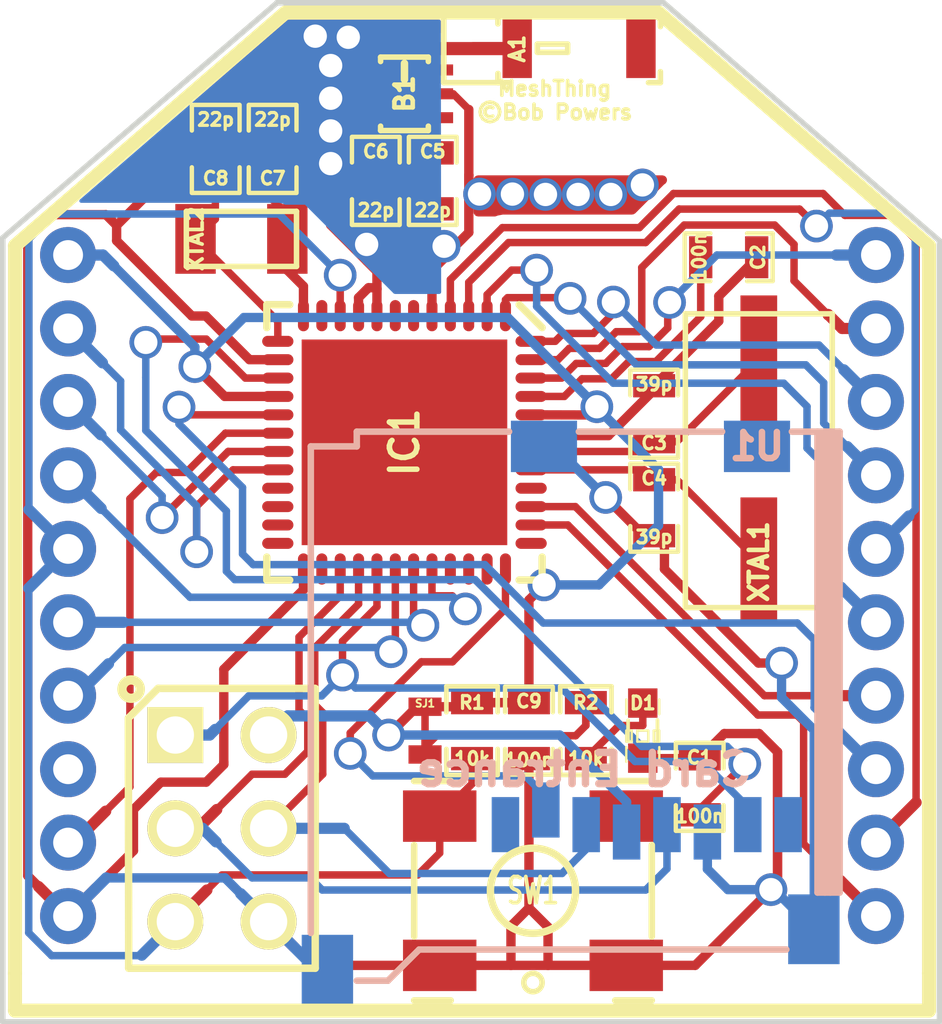
<source format=kicad_pcb>
(kicad_pcb (version 3) (host pcbnew "(2013-mar-13)-testing")

  (general
    (links 76)
    (no_connects 4)
    (area 135.784999 102.555134 161.479701 132.98625)
    (thickness 1.6)
    (drawings 7)
    (tracks 523)
    (zones 0)
    (modules 22)
    (nets 53)
  )

  (page A4)
  (title_block
    (title MeshThing)
    (rev 1.0)
  )

  (layers
    (15 F.Cu signal)
    (0 B.Cu signal)
    (16 B.Adhes user)
    (17 F.Adhes user)
    (18 B.Paste user)
    (19 F.Paste user)
    (20 B.SilkS user)
    (21 F.SilkS user)
    (22 B.Mask user)
    (23 F.Mask user)
    (24 Dwgs.User user)
    (25 Cmts.User user)
    (26 Eco1.User user)
    (27 Eco2.User user)
    (28 Edge.Cuts user)
  )

  (setup
    (last_trace_width 0.254)
    (user_trace_width 0.2032)
    (user_trace_width 0.254)
    (user_trace_width 0.3048)
    (user_trace_width 0.3556)
    (trace_clearance 0.2032)
    (zone_clearance 0.2032)
    (zone_45_only no)
    (trace_min 0.2032)
    (segment_width 0.2)
    (edge_width 0.15)
    (via_size 0.889)
    (via_drill 0.635)
    (via_min_size 0.889)
    (via_min_drill 0.508)
    (uvia_size 0.508)
    (uvia_drill 0.127)
    (uvias_allowed no)
    (uvia_min_size 0.508)
    (uvia_min_drill 0.127)
    (pcb_text_width 0.3)
    (pcb_text_size 1.5 1.5)
    (mod_edge_width 0.15)
    (mod_text_size 1.5 1.5)
    (mod_text_width 0.15)
    (pad_size 1.6 0.3556)
    (pad_drill 0)
    (pad_to_mask_clearance 0.2)
    (aux_axis_origin 135.66 132.51)
    (visible_elements FFFFEF7F)
    (pcbplotparams
      (layerselection 271613953)
      (usegerberextensions true)
      (excludeedgelayer true)
      (linewidth 0.100000)
      (plotframeref false)
      (viasonmask false)
      (mode 1)
      (useauxorigin false)
      (hpglpennumber 1)
      (hpglpenspeed 20)
      (hpglpendiameter 15)
      (hpglpenoverlay 2)
      (psnegative false)
      (psa4output false)
      (plotreference true)
      (plotvalue true)
      (plotothertext true)
      (plotinvisibletext false)
      (padsonsilk false)
      (subtractmaskfromsilk false)
      (outputformat 1)
      (mirror false)
      (drillshape 0)
      (scaleselection 1)
      (outputdirectory Gerbers/))
  )

  (net 0 "")
  (net 1 +3.3V)
  (net 2 GND)
  (net 3 MISO)
  (net 4 MOSI)
  (net 5 N-0000015)
  (net 6 N-0000016)
  (net 7 N-0000017)
  (net 8 N-0000018)
  (net 9 N-0000019)
  (net 10 N-0000024)
  (net 11 N-0000025)
  (net 12 N-0000028)
  (net 13 N-0000030)
  (net 14 N-0000031)
  (net 15 N-0000033)
  (net 16 N-0000034)
  (net 17 N-0000035)
  (net 18 N-0000037)
  (net 19 N-000004)
  (net 20 N-0000043)
  (net 21 N-0000044)
  (net 22 N-0000045)
  (net 23 N-0000046)
  (net 24 N-0000047)
  (net 25 N-0000048)
  (net 26 N-0000049)
  (net 27 N-000005)
  (net 28 N-0000050)
  (net 29 N-0000051)
  (net 30 N-0000053)
  (net 31 N-000006)
  (net 32 NC)
  (net 33 PB4)
  (net 34 PB5)
  (net 35 PB6)
  (net 36 PE2)
  (net 37 PE3)
  (net 38 PE4)
  (net 39 PE5)
  (net 40 PF0)
  (net 41 PF1)
  (net 42 PF2)
  (net 43 PF3-4)
  (net 44 PF5)
  (net 45 PF6)
  (net 46 PF7)
  (net 47 RX)
  (net 48 Reset)
  (net 49 SCK)
  (net 50 SCL)
  (net 51 SDA)
  (net 52 TX)

  (net_class Default "This is the default net class."
    (clearance 0.2032)
    (trace_width 0.254)
    (via_dia 0.889)
    (via_drill 0.635)
    (uvia_dia 0.508)
    (uvia_drill 0.127)
    (add_net "")
    (add_net +3.3V)
    (add_net GND)
    (add_net N-0000015)
    (add_net N-0000017)
    (add_net N-0000018)
    (add_net N-0000019)
    (add_net N-0000030)
    (add_net N-0000031)
    (add_net N-0000033)
    (add_net N-0000034)
    (add_net N-0000035)
    (add_net N-0000037)
    (add_net N-0000045)
    (add_net N-0000046)
    (add_net N-0000047)
    (add_net N-0000048)
    (add_net N-0000049)
    (add_net N-0000053)
    (add_net N-000006)
  )

  (net_class 12mil ""
    (clearance 0.2032)
    (trace_width 0.3048)
    (via_dia 0.889)
    (via_drill 0.635)
    (uvia_dia 0.508)
    (uvia_drill 0.127)
  )

  (net_class 8mil ""
    (clearance 0.2032)
    (trace_width 0.2032)
    (via_dia 0.889)
    (via_drill 0.635)
    (uvia_dia 0.508)
    (uvia_drill 0.127)
    (add_net MISO)
    (add_net MOSI)
    (add_net N-0000016)
    (add_net N-0000024)
    (add_net N-0000025)
    (add_net N-0000028)
    (add_net N-000004)
    (add_net N-0000043)
    (add_net N-0000044)
    (add_net N-000005)
    (add_net N-0000050)
    (add_net N-0000051)
    (add_net NC)
    (add_net PB4)
    (add_net PB5)
    (add_net PB6)
    (add_net PE2)
    (add_net PE3)
    (add_net PE4)
    (add_net PE5)
    (add_net PF0)
    (add_net PF1)
    (add_net PF2)
    (add_net PF3-4)
    (add_net PF5)
    (add_net PF6)
    (add_net PF7)
    (add_net RX)
    (add_net Reset)
    (add_net SCK)
    (add_net SCL)
    (add_net SDA)
    (add_net TX)
  )

  (module _MT_SM0603_Capa (layer F.Cu) (tedit 51CB9B1F) (tstamp 51CBFE49)
    (at 141.66 108.5 90)
    (path /51BE8D1F)
    (attr smd)
    (fp_text reference C8 (at -0.8 0 180) (layer F.SilkS)
      (effects (font (size 0.35 0.35) (thickness 0.0875)))
    )
    (fp_text value 22p (at 0.8 0 180) (layer F.SilkS)
      (effects (font (size 0.35 0.35) (thickness 0.0875)))
    )
    (fp_text user "" (at -0.8 0 180) (layer F.SilkS)
      (effects (font (size 0.35 0.35) (thickness 0.0875)))
    )
    (fp_line (start 0.50038 0.65024) (end 1.19888 0.65024) (layer F.SilkS) (width 0.11938))
    (fp_line (start -0.50038 0.65024) (end -1.19888 0.65024) (layer F.SilkS) (width 0.11938))
    (fp_line (start 0.50038 -0.65024) (end 1.19888 -0.65024) (layer F.SilkS) (width 0.11938))
    (fp_line (start -1.19888 -0.65024) (end -0.50038 -0.65024) (layer F.SilkS) (width 0.11938))
    (fp_line (start 1.19888 -0.635) (end 1.19888 0.635) (layer F.SilkS) (width 0.11938))
    (fp_line (start -1.19888 0.635) (end -1.19888 -0.635) (layer F.SilkS) (width 0.11938))
    (pad 1 smd rect (at -0.762 0 90) (size 0.635 1.143)
      (layers F.Cu F.Paste F.Mask)
      (net 5 N-0000015)
    )
    (pad 2 smd rect (at 0.762 0 90) (size 0.635 1.143)
      (layers F.Cu F.Paste F.Mask)
      (net 2 GND)
    )
    (model smd\capacitors\C0603.wrl
      (at (xyz 0 0 0.001))
      (scale (xyz 0.5 0.5 0.5))
      (rotate (xyz 0 0 0))
    )
  )

  (module _MT_SM0603_Capa (layer F.Cu) (tedit 51CB9B1F) (tstamp 51CD0ABA)
    (at 147.57 109.37 270)
    (path /51BB0A6C)
    (attr smd)
    (fp_text reference C5 (at -0.8 0 360) (layer F.SilkS)
      (effects (font (size 0.35 0.35) (thickness 0.0875)))
    )
    (fp_text value 22p (at 0.8 0 360) (layer F.SilkS)
      (effects (font (size 0.35 0.35) (thickness 0.0875)))
    )
    (fp_text user "" (at -0.8 0 360) (layer F.SilkS)
      (effects (font (size 0.35 0.35) (thickness 0.0875)))
    )
    (fp_line (start 0.50038 0.65024) (end 1.19888 0.65024) (layer F.SilkS) (width 0.11938))
    (fp_line (start -0.50038 0.65024) (end -1.19888 0.65024) (layer F.SilkS) (width 0.11938))
    (fp_line (start 0.50038 -0.65024) (end 1.19888 -0.65024) (layer F.SilkS) (width 0.11938))
    (fp_line (start -1.19888 -0.65024) (end -0.50038 -0.65024) (layer F.SilkS) (width 0.11938))
    (fp_line (start 1.19888 -0.635) (end 1.19888 0.635) (layer F.SilkS) (width 0.11938))
    (fp_line (start -1.19888 0.635) (end -1.19888 -0.635) (layer F.SilkS) (width 0.11938))
    (pad 1 smd rect (at -0.762 0 270) (size 0.635 1.143)
      (layers F.Cu F.Paste F.Mask)
      (net 7 N-0000017)
    )
    (pad 2 smd rect (at 0.762 0 270) (size 0.635 1.143)
      (layers F.Cu F.Paste F.Mask)
      (net 29 N-0000051)
    )
    (model smd\capacitors\C0603.wrl
      (at (xyz 0 0 0.001))
      (scale (xyz 0.5 0.5 0.5))
      (rotate (xyz 0 0 0))
    )
  )

  (module _MT_SM0603_Capa (layer F.Cu) (tedit 51CB9B1F) (tstamp 51CD0AC6)
    (at 146.02 109.37 270)
    (path /51BB0A79)
    (attr smd)
    (fp_text reference C6 (at -0.8 0 360) (layer F.SilkS)
      (effects (font (size 0.35 0.35) (thickness 0.0875)))
    )
    (fp_text value 22p (at 0.8 0 360) (layer F.SilkS)
      (effects (font (size 0.35 0.35) (thickness 0.0875)))
    )
    (fp_text user "" (at -0.8 0 360) (layer F.SilkS)
      (effects (font (size 0.35 0.35) (thickness 0.0875)))
    )
    (fp_line (start 0.50038 0.65024) (end 1.19888 0.65024) (layer F.SilkS) (width 0.11938))
    (fp_line (start -0.50038 0.65024) (end -1.19888 0.65024) (layer F.SilkS) (width 0.11938))
    (fp_line (start 0.50038 -0.65024) (end 1.19888 -0.65024) (layer F.SilkS) (width 0.11938))
    (fp_line (start -1.19888 -0.65024) (end -0.50038 -0.65024) (layer F.SilkS) (width 0.11938))
    (fp_line (start 1.19888 -0.635) (end 1.19888 0.635) (layer F.SilkS) (width 0.11938))
    (fp_line (start -1.19888 0.635) (end -1.19888 -0.635) (layer F.SilkS) (width 0.11938))
    (pad 1 smd rect (at -0.762 0 270) (size 0.635 1.143)
      (layers F.Cu F.Paste F.Mask)
      (net 8 N-0000018)
    )
    (pad 2 smd rect (at 0.762 0 270) (size 0.635 1.143)
      (layers F.Cu F.Paste F.Mask)
      (net 28 N-0000050)
    )
    (model smd\capacitors\C0603.wrl
      (at (xyz 0 0 0.001))
      (scale (xyz 0.5 0.5 0.5))
      (rotate (xyz 0 0 0))
    )
  )

  (module _MT_SM0603_Capa (layer F.Cu) (tedit 51CB9B1F) (tstamp 51CD0AD2)
    (at 143.21 108.5 90)
    (path /51BE8D06)
    (attr smd)
    (fp_text reference C7 (at -0.8 0 180) (layer F.SilkS)
      (effects (font (size 0.35 0.35) (thickness 0.0875)))
    )
    (fp_text value 22p (at 0.8 0 180) (layer F.SilkS)
      (effects (font (size 0.35 0.35) (thickness 0.0875)))
    )
    (fp_text user "" (at -0.8 0 180) (layer F.SilkS)
      (effects (font (size 0.35 0.35) (thickness 0.0875)))
    )
    (fp_line (start 0.50038 0.65024) (end 1.19888 0.65024) (layer F.SilkS) (width 0.11938))
    (fp_line (start -0.50038 0.65024) (end -1.19888 0.65024) (layer F.SilkS) (width 0.11938))
    (fp_line (start 0.50038 -0.65024) (end 1.19888 -0.65024) (layer F.SilkS) (width 0.11938))
    (fp_line (start -1.19888 -0.65024) (end -0.50038 -0.65024) (layer F.SilkS) (width 0.11938))
    (fp_line (start 1.19888 -0.635) (end 1.19888 0.635) (layer F.SilkS) (width 0.11938))
    (fp_line (start -1.19888 0.635) (end -1.19888 -0.635) (layer F.SilkS) (width 0.11938))
    (pad 1 smd rect (at -0.762 0 90) (size 0.635 1.143)
      (layers F.Cu F.Paste F.Mask)
      (net 6 N-0000016)
    )
    (pad 2 smd rect (at 0.762 0 90) (size 0.635 1.143)
      (layers F.Cu F.Paste F.Mask)
      (net 2 GND)
    )
    (model smd\capacitors\C0603.wrl
      (at (xyz 0 0 0.001))
      (scale (xyz 0.5 0.5 0.5))
      (rotate (xyz 0 0 0))
    )
  )

  (module _MT_SM0603_Capa (layer F.Cu) (tedit 51CB9B1F) (tstamp 51CD0ADE)
    (at 150.19 124.34 270)
    (path /51C2F773)
    (attr smd)
    (fp_text reference C9 (at -0.8 0 360) (layer F.SilkS)
      (effects (font (size 0.35 0.35) (thickness 0.0875)))
    )
    (fp_text value 100n (at 0.8 0 360) (layer F.SilkS)
      (effects (font (size 0.35 0.35) (thickness 0.0875)))
    )
    (fp_text user "" (at -0.8 0 360) (layer F.SilkS)
      (effects (font (size 0.35 0.35) (thickness 0.0875)))
    )
    (fp_line (start 0.50038 0.65024) (end 1.19888 0.65024) (layer F.SilkS) (width 0.11938))
    (fp_line (start -0.50038 0.65024) (end -1.19888 0.65024) (layer F.SilkS) (width 0.11938))
    (fp_line (start 0.50038 -0.65024) (end 1.19888 -0.65024) (layer F.SilkS) (width 0.11938))
    (fp_line (start -1.19888 -0.65024) (end -0.50038 -0.65024) (layer F.SilkS) (width 0.11938))
    (fp_line (start 1.19888 -0.635) (end 1.19888 0.635) (layer F.SilkS) (width 0.11938))
    (fp_line (start -1.19888 0.635) (end -1.19888 -0.635) (layer F.SilkS) (width 0.11938))
    (pad 1 smd rect (at -0.762 0 270) (size 0.635 1.143)
      (layers F.Cu F.Paste F.Mask)
      (net 1 +3.3V)
    )
    (pad 2 smd rect (at 0.762 0 270) (size 0.635 1.143)
      (layers F.Cu F.Paste F.Mask)
      (net 2 GND)
    )
    (model smd\capacitors\C0603.wrl
      (at (xyz 0 0 0.001))
      (scale (xyz 0.5 0.5 0.5))
      (rotate (xyz 0 0 0))
    )
  )

  (module _MT_SM0603_Capa (layer F.Cu) (tedit 51CB9B1F) (tstamp 51CD0A96)
    (at 155.63 111.45 180)
    (path /51BB0317)
    (attr smd)
    (fp_text reference C2 (at -0.8 0 270) (layer F.SilkS)
      (effects (font (size 0.35 0.35) (thickness 0.0875)))
    )
    (fp_text value 100n (at 0.8 0 270) (layer F.SilkS)
      (effects (font (size 0.35 0.35) (thickness 0.0875)))
    )
    (fp_text user "" (at -0.8 0 270) (layer F.SilkS)
      (effects (font (size 0.35 0.35) (thickness 0.0875)))
    )
    (fp_line (start 0.50038 0.65024) (end 1.19888 0.65024) (layer F.SilkS) (width 0.11938))
    (fp_line (start -0.50038 0.65024) (end -1.19888 0.65024) (layer F.SilkS) (width 0.11938))
    (fp_line (start 0.50038 -0.65024) (end 1.19888 -0.65024) (layer F.SilkS) (width 0.11938))
    (fp_line (start -1.19888 -0.65024) (end -0.50038 -0.65024) (layer F.SilkS) (width 0.11938))
    (fp_line (start 1.19888 -0.635) (end 1.19888 0.635) (layer F.SilkS) (width 0.11938))
    (fp_line (start -1.19888 0.635) (end -1.19888 -0.635) (layer F.SilkS) (width 0.11938))
    (pad 1 smd rect (at -0.762 0 180) (size 0.635 1.143)
      (layers F.Cu F.Paste F.Mask)
      (net 2 GND)
    )
    (pad 2 smd rect (at 0.762 0 180) (size 0.635 1.143)
      (layers F.Cu F.Paste F.Mask)
      (net 24 N-0000047)
    )
    (model smd\capacitors\C0603.wrl
      (at (xyz 0 0 0.001))
      (scale (xyz 0.5 0.5 0.5))
      (rotate (xyz 0 0 0))
    )
  )

  (module _MT_SM0603_Capa (layer F.Cu) (tedit 51CB9B1F) (tstamp 51CD0A8A)
    (at 154.84 125.87 270)
    (path /51BB02F2)
    (attr smd)
    (fp_text reference C1 (at -0.8 0 360) (layer F.SilkS)
      (effects (font (size 0.35 0.35) (thickness 0.0875)))
    )
    (fp_text value 100n (at 0.8 0 360) (layer F.SilkS)
      (effects (font (size 0.35 0.35) (thickness 0.0875)))
    )
    (fp_text user "" (at -0.8 0 360) (layer F.SilkS)
      (effects (font (size 0.35 0.35) (thickness 0.0875)))
    )
    (fp_line (start 0.50038 0.65024) (end 1.19888 0.65024) (layer F.SilkS) (width 0.11938))
    (fp_line (start -0.50038 0.65024) (end -1.19888 0.65024) (layer F.SilkS) (width 0.11938))
    (fp_line (start 0.50038 -0.65024) (end 1.19888 -0.65024) (layer F.SilkS) (width 0.11938))
    (fp_line (start -1.19888 -0.65024) (end -0.50038 -0.65024) (layer F.SilkS) (width 0.11938))
    (fp_line (start 1.19888 -0.635) (end 1.19888 0.635) (layer F.SilkS) (width 0.11938))
    (fp_line (start -1.19888 0.635) (end -1.19888 -0.635) (layer F.SilkS) (width 0.11938))
    (pad 1 smd rect (at -0.762 0 270) (size 0.635 1.143)
      (layers F.Cu F.Paste F.Mask)
      (net 2 GND)
    )
    (pad 2 smd rect (at 0.762 0 270) (size 0.635 1.143)
      (layers F.Cu F.Paste F.Mask)
      (net 26 N-0000049)
    )
    (model smd\capacitors\C0603.wrl
      (at (xyz 0 0 0.001))
      (scale (xyz 0.5 0.5 0.5))
      (rotate (xyz 0 0 0))
    )
  )

  (module _MT_SM0603_Capa (layer F.Cu) (tedit 51CB9B1F) (tstamp 51CD0AAE)
    (at 153.6 118.27 270)
    (path /51BB05DD)
    (attr smd)
    (fp_text reference C4 (at -0.8 0 360) (layer F.SilkS)
      (effects (font (size 0.35 0.35) (thickness 0.0875)))
    )
    (fp_text value 39p (at 0.8 0 360) (layer F.SilkS)
      (effects (font (size 0.35 0.35) (thickness 0.0875)))
    )
    (fp_text user "" (at -0.8 0 360) (layer F.SilkS)
      (effects (font (size 0.35 0.35) (thickness 0.0875)))
    )
    (fp_line (start 0.50038 0.65024) (end 1.19888 0.65024) (layer F.SilkS) (width 0.11938))
    (fp_line (start -0.50038 0.65024) (end -1.19888 0.65024) (layer F.SilkS) (width 0.11938))
    (fp_line (start 0.50038 -0.65024) (end 1.19888 -0.65024) (layer F.SilkS) (width 0.11938))
    (fp_line (start -1.19888 -0.65024) (end -0.50038 -0.65024) (layer F.SilkS) (width 0.11938))
    (fp_line (start 1.19888 -0.635) (end 1.19888 0.635) (layer F.SilkS) (width 0.11938))
    (fp_line (start -1.19888 0.635) (end -1.19888 -0.635) (layer F.SilkS) (width 0.11938))
    (pad 1 smd rect (at -0.762 0 270) (size 0.635 1.143)
      (layers F.Cu F.Paste F.Mask)
      (net 25 N-0000048)
    )
    (pad 2 smd rect (at 0.762 0 270) (size 0.635 1.143)
      (layers F.Cu F.Paste F.Mask)
      (net 2 GND)
    )
    (model smd\capacitors\C0603.wrl
      (at (xyz 0 0 0.001))
      (scale (xyz 0.5 0.5 0.5))
      (rotate (xyz 0 0 0))
    )
  )

  (module _MT_SM0603_Capa (layer F.Cu) (tedit 51CB9B1F) (tstamp 51CD0AA2)
    (at 153.6 115.71 90)
    (path /51BB05D0)
    (attr smd)
    (fp_text reference C3 (at -0.8 0 180) (layer F.SilkS)
      (effects (font (size 0.35 0.35) (thickness 0.0875)))
    )
    (fp_text value 39p (at 0.8 0 180) (layer F.SilkS)
      (effects (font (size 0.35 0.35) (thickness 0.0875)))
    )
    (fp_text user "" (at -0.8 0 180) (layer F.SilkS)
      (effects (font (size 0.35 0.35) (thickness 0.0875)))
    )
    (fp_line (start 0.50038 0.65024) (end 1.19888 0.65024) (layer F.SilkS) (width 0.11938))
    (fp_line (start -0.50038 0.65024) (end -1.19888 0.65024) (layer F.SilkS) (width 0.11938))
    (fp_line (start 0.50038 -0.65024) (end 1.19888 -0.65024) (layer F.SilkS) (width 0.11938))
    (fp_line (start -1.19888 -0.65024) (end -0.50038 -0.65024) (layer F.SilkS) (width 0.11938))
    (fp_line (start 1.19888 -0.635) (end 1.19888 0.635) (layer F.SilkS) (width 0.11938))
    (fp_line (start -1.19888 0.635) (end -1.19888 -0.635) (layer F.SilkS) (width 0.11938))
    (pad 1 smd rect (at -0.762 0 90) (size 0.635 1.143)
      (layers F.Cu F.Paste F.Mask)
      (net 30 N-0000053)
    )
    (pad 2 smd rect (at 0.762 0 90) (size 0.635 1.143)
      (layers F.Cu F.Paste F.Mask)
      (net 2 GND)
    )
    (model smd\capacitors\C0603.wrl
      (at (xyz 0 0 0.001))
      (scale (xyz 0.5 0.5 0.5))
      (rotate (xyz 0 0 0))
    )
  )

  (module _MT_SMTJumper (layer F.Cu) (tedit 51D0E7A3) (tstamp 51CA47D0)
    (at 147.36 124.34 270)
    (path /51C12882)
    (attr smd)
    (fp_text reference SJ1 (at -0.74 0 360) (layer F.SilkS)
      (effects (font (size 0.2 0.2) (thickness 0.05)))
    )
    (fp_text value SMTJPR (at 0 0 270) (layer F.SilkS) hide
      (effects (font (size 0.508 0.4572) (thickness 0.1143)))
    )
    (pad 1 smd rect (at -0.65 0 270) (size 0.5 0.9)
      (layers F.Cu F.Paste F.Mask)
      (net 1 +3.3V)
    )
    (pad 2 smd rect (at 0.65 0 270) (size 0.5 0.9)
      (layers F.Cu F.Paste F.Mask)
      (net 11 N-0000025)
    )
    (pad 3 smd rect (at 0 0 270) (size 1.5 0.2032)
      (layers F.Cu F.Paste F.Mask)
    )
    (model smd\resistors\R0603.wrl
      (at (xyz 0 0 0.001))
      (scale (xyz 0.5 0.5 0.5))
      (rotate (xyz 0 0 0))
    )
  )

  (module _MT_pin_array_3x2 (layer F.Cu) (tedit 51D12E97) (tstamp 51CA4770)
    (at 141.83 127 270)
    (descr "Double rangee de contacts 2 x 4 pins")
    (tags CONN)
    (path /51BE9A19)
    (fp_text reference H2 (at 0 -3.81 270) (layer F.SilkS) hide
      (effects (font (size 1.016 1.016) (thickness 0.2032)))
    )
    (fp_text value ICSP (at 0 3.81 270) (layer F.SilkS) hide
      (effects (font (size 1.016 1.016) (thickness 0.2032)))
    )
    (fp_line (start -3.81 -2.52) (end -3.81 1.74) (layer F.SilkS) (width 0.2032))
    (fp_line (start 3.81 2.54) (end -3 2.55) (layer F.SilkS) (width 0.2032))
    (fp_line (start -3.01 2.54) (end -3.81 1.74) (layer F.SilkS) (width 0.2032))
    (fp_circle (center -3.79 2.474) (end -4.04 2.474) (layer F.SilkS) (width 0.254))
    (fp_line (start -3.81 -2.54) (end 3.81 -2.54) (layer F.SilkS) (width 0.2032))
    (fp_line (start 3.81 -2.54) (end 3.81 2.54) (layer F.SilkS) (width 0.2032))
    (pad 1 thru_hole rect (at -2.54 1.27 270) (size 1.524 1.524) (drill 1.016)
      (layers *.Cu *.Mask F.SilkS)
      (net 3 MISO)
    )
    (pad 2 thru_hole circle (at -2.54 -1.27 270) (size 1.524 1.524) (drill 1.016)
      (layers *.Cu *.Mask F.SilkS)
      (net 1 +3.3V)
    )
    (pad 3 thru_hole circle (at 0 1.27 270) (size 1.524 1.524) (drill 1.016)
      (layers *.Cu *.Mask F.SilkS)
      (net 49 SCK)
    )
    (pad 4 thru_hole circle (at 0 -1.27 270) (size 1.524 1.524) (drill 1.016)
      (layers *.Cu *.Mask F.SilkS)
      (net 4 MOSI)
    )
    (pad 5 thru_hole circle (at 2.54 1.27 270) (size 1.524 1.524) (drill 1.016)
      (layers *.Cu *.Mask F.SilkS)
      (net 48 Reset)
    )
    (pad 6 thru_hole circle (at 2.54 -1.27 270) (size 1.524 1.524) (drill 1.016)
      (layers *.Cu *.Mask F.SilkS)
      (net 2 GND)
    )
    (model pin_array/pins_array_3x2.wrl
      (at (xyz 0 0 0))
      (scale (xyz 1 1 1))
      (rotate (xyz 0 0 0))
    )
  )

  (module _MT_Wuerth748421245 (layer F.Cu) (tedit 51D13FBF) (tstamp 51CBAD5D)
    (at 146.8 107 90)
    (path /51BB20BE)
    (fp_text reference B1 (at 0 0 90) (layer F.SilkS)
      (effects (font (size 0.5 0.5) (thickness 0.125)))
    )
    (fp_text value Balun (at 0 -2 90) (layer F.SilkS) hide
      (effects (font (size 1.5 1.5) (thickness 0.15)))
    )
    (fp_line (start -1 -0.65) (end -0.88 -0.65) (layer F.SilkS) (width 0.15))
    (fp_line (start 1 -0.65) (end 0.88 -0.65) (layer F.SilkS) (width 0.15))
    (fp_line (start 1 0.65) (end 0.88 0.65) (layer F.SilkS) (width 0.15))
    (fp_line (start -1 0.65) (end -0.88 0.65) (layer F.SilkS) (width 0.15))
    (fp_line (start 0.83 0) (end 0.39 0) (layer F.SilkS) (width 0.2032))
    (fp_line (start 1 -0.65) (end 1 0.65) (layer F.SilkS) (width 0.15))
    (fp_line (start -1 0.65) (end -1 -0.65) (layer F.SilkS) (width 0.15))
    (pad 1 smd rect (at 0.65 -0.825 90) (size 0.3 1)
      (layers F.Cu F.Paste F.Mask)
      (net 9 N-0000019)
    )
    (pad 2 smd rect (at 0 -0.825 90) (size 0.3 1)
      (layers F.Cu F.Paste F.Mask)
      (net 2 GND)
    )
    (pad 3 smd rect (at -0.65 -0.825 90) (size 0.3 1)
      (layers F.Cu F.Paste F.Mask)
      (net 8 N-0000018)
    )
    (pad 4 smd rect (at -0.65 0.825 90) (size 0.3 1)
      (layers F.Cu F.Paste F.Mask)
      (net 7 N-0000017)
    )
    (pad 5 smd rect (at 0 0.825 90) (size 0.3 1)
      (layers F.Cu F.Paste F.Mask)
      (net 2 GND)
    )
    (pad 6 smd rect (at 0.65 0.825 90) (size 0.3 1)
      (layers F.Cu F.Paste F.Mask)
      (net 19 N-000004)
    )
  )

  (module _MT_QFN50P700X700-49N-MeshThingWPad (layer F.Cu) (tedit 51D14059) (tstamp 51CBAF4E)
    (at 146.8 116.49 270)
    (path /51BB00C4)
    (attr smd)
    (fp_text reference IC1 (at 0 0 270) (layer F.SilkS)
      (effects (font (size 0.7493 0.7493) (thickness 0.14986)))
    )
    (fp_text value ATMEGA2564/1284/644RFR2 (at 0 -4.50088 270) (layer F.SilkS) hide
      (effects (font (size 0.7493 0.7493) (thickness 0.14986)))
    )
    (fp_line (start -3.1242 3.74904) (end -3.74904 3.74904) (layer F.SilkS) (width 0.20066))
    (fp_line (start -3.74904 3.74904) (end -3.74904 3.1242) (layer F.SilkS) (width 0.20066))
    (fp_line (start 3.74904 3.1242) (end 3.74904 3.74904) (layer F.SilkS) (width 0.20066))
    (fp_line (start 3.74904 3.74904) (end 3.1242 3.74904) (layer F.SilkS) (width 0.20066))
    (fp_line (start 3.1242 -3.74904) (end 3.74904 -3.74904) (layer F.SilkS) (width 0.20066))
    (fp_line (start 3.74904 -3.74904) (end 3.74904 -3.1242) (layer F.SilkS) (width 0.20066))
    (fp_line (start -3.74904 -3.1242) (end -3.1242 -3.74904) (layer F.SilkS) (width 0.20066))
    (pad 1 smd oval (at -3.44932 -2.75082 270) (size 0.8509 0.29972)
      (layers F.Cu F.Paste F.Mask)
      (net 43 PF3-4)
    )
    (pad 2 smd oval (at -3.44932 -2.25044 270) (size 0.8509 0.29972)
      (layers F.Cu F.Paste F.Mask)
      (net 44 PF5)
    )
    (pad 3 smd oval (at -3.44932 -1.75006 270) (size 0.8509 0.29972)
      (layers F.Cu F.Paste F.Mask)
      (net 45 PF6)
    )
    (pad 4 smd oval (at -3.44932 -1.24968 270) (size 0.8509 0.29972)
      (layers F.Cu F.Paste F.Mask)
      (net 46 PF7)
    )
    (pad 5 smd oval (at -3.44932 -0.7493 270) (size 0.8509 0.29972)
      (layers F.Cu F.Paste F.Mask)
      (net 2 GND)
    )
    (pad 6 smd oval (at -3.44932 -0.24892 270) (size 0.8509 0.29972)
      (layers F.Cu F.Paste F.Mask)
      (net 29 N-0000051)
    )
    (pad 7 smd oval (at -3.44932 0.24892 270) (size 0.8509 0.29972)
      (layers F.Cu F.Paste F.Mask)
      (net 28 N-0000050)
    )
    (pad 8 smd oval (at -3.44932 0.7493 270) (size 0.8509 0.29972)
      (layers F.Cu F.Paste F.Mask)
      (net 2 GND)
    )
    (pad 9 smd oval (at -3.44932 1.24968 270) (size 0.8509 0.29972)
      (layers F.Cu F.Paste F.Mask)
      (net 2 GND)
    )
    (pad 10 smd oval (at -3.44932 1.75006 270) (size 0.8509 0.29972)
      (layers F.Cu F.Paste F.Mask)
      (net 48 Reset)
    )
    (pad 11 smd oval (at -3.44932 2.25044 270) (size 0.8509 0.29972)
      (layers F.Cu F.Paste F.Mask)
      (net 17 N-0000035)
    )
    (pad 12 smd oval (at -3.44932 2.75082 270) (size 0.8509 0.29972)
      (layers F.Cu F.Paste F.Mask)
      (net 6 N-0000016)
    )
    (pad 25 smd oval (at 3.44932 2.75082 270) (size 0.8509 0.29972)
      (layers F.Cu F.Paste F.Mask)
      (net 2 GND)
    )
    (pad 26 smd oval (at 3.44932 2.25044 270) (size 0.8509 0.29972)
      (layers F.Cu F.Paste F.Mask)
      (net 14 N-0000031)
    )
    (pad 27 smd oval (at 3.44932 1.75006 270) (size 0.8509 0.29972)
      (layers F.Cu F.Paste F.Mask)
      (net 49 SCK)
    )
    (pad 28 smd oval (at 3.44932 1.24968 270) (size 0.8509 0.29972)
      (layers F.Cu F.Paste F.Mask)
      (net 4 MOSI)
    )
    (pad 29 smd oval (at 3.44932 0.7493 270) (size 0.8509 0.29972)
      (layers F.Cu F.Paste F.Mask)
      (net 3 MISO)
    )
    (pad 30 smd oval (at 3.44932 0.24892 270) (size 0.8509 0.29972)
      (layers F.Cu F.Paste F.Mask)
      (net 33 PB4)
    )
    (pad 31 smd oval (at 3.44932 -0.24892 270) (size 0.8509 0.29972)
      (layers F.Cu F.Paste F.Mask)
      (net 34 PB5)
    )
    (pad 32 smd oval (at 3.44932 -0.7493 270) (size 0.8509 0.29972)
      (layers F.Cu F.Paste F.Mask)
      (net 35 PB6)
    )
    (pad 33 smd oval (at 3.44932 -1.24968 270) (size 0.8509 0.29972)
      (layers F.Cu F.Paste F.Mask)
      (net 13 N-0000030)
    )
    (pad 34 smd oval (at 3.44932 -1.75006 270) (size 0.8509 0.29972)
      (layers F.Cu F.Paste F.Mask)
      (net 15 N-0000033)
    )
    (pad 35 smd oval (at 3.44932 -2.25044 270) (size 0.8509 0.29972)
      (layers F.Cu F.Paste F.Mask)
      (net 18 N-0000037)
    )
    (pad 36 smd oval (at 3.44932 -2.75082 270) (size 0.8509 0.29972)
      (layers F.Cu F.Paste F.Mask)
      (net 36 PE2)
    )
    (pad 13 smd oval (at -2.75082 3.44932 270) (size 0.29972 0.8509)
      (layers F.Cu F.Paste F.Mask)
      (net 5 N-0000015)
    )
    (pad 14 smd oval (at -2.25044 3.44932 270) (size 0.29972 0.8509)
      (layers F.Cu F.Paste F.Mask)
      (net 2 GND)
    )
    (pad 15 smd oval (at -1.75006 3.44932 270) (size 0.29972 0.8509)
      (layers F.Cu F.Paste F.Mask)
      (net 26 N-0000049)
    )
    (pad 16 smd oval (at -1.24968 3.44932 270) (size 0.29972 0.8509)
      (layers F.Cu F.Paste F.Mask)
      (net 1 +3.3V)
    )
    (pad 17 smd oval (at -0.7493 3.44932 270) (size 0.29972 0.8509)
      (layers F.Cu F.Paste F.Mask)
      (net 50 SCL)
    )
    (pad 18 smd oval (at -0.24892 3.44932 270) (size 0.29972 0.8509)
      (layers F.Cu F.Paste F.Mask)
      (net 51 SDA)
    )
    (pad 19 smd oval (at 0.24892 3.44932 270) (size 0.29972 0.8509)
      (layers F.Cu F.Paste F.Mask)
      (net 47 RX)
    )
    (pad 20 smd oval (at 0.7493 3.44932 270) (size 0.29972 0.8509)
      (layers F.Cu F.Paste F.Mask)
      (net 52 TX)
    )
    (pad 21 smd oval (at 1.24968 3.44932 270) (size 0.29972 0.8509)
      (layers F.Cu F.Paste F.Mask)
      (net 22 N-0000045)
    )
    (pad 22 smd oval (at 1.75006 3.44932 270) (size 0.29972 0.8509)
      (layers F.Cu F.Paste F.Mask)
      (net 21 N-0000044)
    )
    (pad 23 smd oval (at 2.25044 3.44932 270) (size 0.29972 0.8509)
      (layers F.Cu F.Paste F.Mask)
      (net 20 N-0000043)
    )
    (pad 24 smd oval (at 2.75082 3.44932 270) (size 0.29972 0.8509)
      (layers F.Cu F.Paste F.Mask)
      (net 16 N-0000034)
    )
    (pad 37 smd oval (at 2.75082 -3.44932 270) (size 0.29972 0.8509)
      (layers F.Cu F.Paste F.Mask)
      (net 37 PE3)
    )
    (pad 38 smd oval (at 2.25044 -3.44932 270) (size 0.29972 0.8509)
      (layers F.Cu F.Paste F.Mask)
      (net 38 PE4)
    )
    (pad 39 smd oval (at 1.75006 -3.44932 270) (size 0.29972 0.8509)
      (layers F.Cu F.Paste F.Mask)
      (net 39 PE5)
    )
    (pad 40 smd oval (at 1.24968 -3.44932 270) (size 0.29972 0.8509)
      (layers F.Cu F.Paste F.Mask)
      (net 23 N-0000046)
    )
    (pad 41 smd oval (at 0.7493 -3.44932 270) (size 0.29972 0.8509)
      (layers F.Cu F.Paste F.Mask)
      (net 25 N-0000048)
    )
    (pad 42 smd oval (at 0.24892 -3.44932 270) (size 0.29972 0.8509)
      (layers F.Cu F.Paste F.Mask)
      (net 30 N-0000053)
    )
    (pad 43 smd oval (at -0.24892 -3.44932 270) (size 0.29972 0.8509)
      (layers F.Cu F.Paste F.Mask)
      (net 2 GND)
    )
    (pad 44 smd oval (at -0.7493 -3.44932 270) (size 0.29972 0.8509)
      (layers F.Cu F.Paste F.Mask)
      (net 1 +3.3V)
    )
    (pad 45 smd oval (at -1.24968 -3.44932 270) (size 0.29972 0.8509)
      (layers F.Cu F.Paste F.Mask)
      (net 24 N-0000047)
    )
    (pad 46 smd oval (at -1.75006 -3.44932 270) (size 0.29972 0.8509)
      (layers F.Cu F.Paste F.Mask)
      (net 40 PF0)
    )
    (pad 47 smd oval (at -2.25044 -3.44932 270) (size 0.29972 0.8509)
      (layers F.Cu F.Paste F.Mask)
      (net 41 PF1)
    )
    (pad 48 smd oval (at -2.75082 -3.44932 270) (size 0.29972 0.8509)
      (layers F.Cu F.Paste F.Mask)
      (net 42 PF2)
    )
    (pad 49 smd rect (at 0 0 270) (size 5.6 5.6)
      (layers F.Cu F.Paste F.Mask)
      (net 2 GND)
    )
    (model QFN50P700X700-49N.wrl
      (at (xyz 0 0 0))
      (scale (xyz 1 1 1))
      (rotate (xyz 0 0 0))
    )
  )

  (module _MT_Switch_SMT_EVQ_NCPads (layer F.Cu) (tedit 51D14463) (tstamp 51CA47DF)
    (at 150.3 128.7 180)
    (descr "EVQ-Q2F03W Compatible")
    (tags "Switch SMT")
    (path /51BB1BEA)
    (attr smd)
    (fp_text reference SW1 (at 0 0 180) (layer F.SilkS)
      (effects (font (size 0.7112 0.4572) (thickness 0.1016)))
    )
    (fp_text value RST (at 0 -3.683 180) (layer F.SilkS) hide
      (effects (font (size 0.6604 0.5588) (thickness 0.1397)))
    )
    (fp_circle (center 0 -2.5) (end 0.25 -2.5) (layer F.SilkS) (width 0.15))
    (fp_line (start -2.24028 2.98704) (end -3.23596 2.98704) (layer F.SilkS) (width 0.1778))
    (fp_line (start 3.23596 2.98704) (end 2.24028 2.98704) (layer F.SilkS) (width 0.1778))
    (fp_line (start -3.23596 -2.98704) (end -2.24028 -2.98704) (layer F.SilkS) (width 0.1778))
    (fp_line (start 3.23596 -2.98704) (end 2.24028 -2.98704) (layer F.SilkS) (width 0.1778))
    (fp_line (start -3.23596 -1.2446) (end -3.23596 1.2446) (layer F.SilkS) (width 0.1778))
    (fp_line (start 3.23596 1.2446) (end 3.23596 -1.2446) (layer F.SilkS) (width 0.1778))
    (fp_circle (center 0 0) (end 1.143 0.1905) (layer F.SilkS) (width 0.2032))
    (pad 1 smd rect (at 2.54 -2.032 180) (size 1.99898 1.39954)
      (layers F.Cu F.Paste F.Mask)
      (net 2 GND)
    )
    (pad 2 smd rect (at 2.54 2.032 180) (size 1.99898 1.39954)
      (layers F.Cu F.Paste F.Mask)
      (net 48 Reset)
    )
    (pad 1 smd rect (at -2.54 -2.032 180) (size 1.99898 1.39954)
      (layers F.Cu F.Paste F.Mask)
      (net 2 GND)
    )
    (pad "" smd rect (at -2.54 2.032 180) (size 1.99898 1.39954)
      (layers F.Cu F.Paste F.Mask)
    )
  )

  (module _MT_CM315-Crystal (layer F.Cu) (tedit 51D145BF) (tstamp 51CA4833)
    (at 142.36 110.95 180)
    (path /51BE8BFD)
    (fp_text reference XTAL2 (at 1.25 0 270) (layer F.SilkS)
      (effects (font (size 0.4 0.4) (thickness 0.1)))
    )
    (fp_text value 32.768kHz (at -1.25 0 270) (layer F.SilkS) hide
      (effects (font (size 0.5 0.5) (thickness 0.125)))
    )
    (fp_line (start 1.5 0.75) (end 1.5 -0.75) (layer F.SilkS) (width 0.15))
    (fp_line (start 1.5 -0.75) (end -1.5 -0.75) (layer F.SilkS) (width 0.15))
    (fp_line (start -1.5 -0.75) (end -1.5 0.75) (layer F.SilkS) (width 0.15))
    (fp_line (start -1.5 0.75) (end 1.5 0.75) (layer F.SilkS) (width 0.15))
    (pad 1 smd rect (at 1.25 0 180) (size 1.1 1.9)
      (layers F.Cu F.Paste F.Mask)
      (net 5 N-0000015)
    )
    (pad 2 smd rect (at -1.25 0 180) (size 1.1 1.9)
      (layers F.Cu F.Paste F.Mask)
      (net 6 N-0000016)
    )
  )

  (module _MT_CSM-3X-Crystal (layer F.Cu) (tedit 51D1470C) (tstamp 51CBAFDF)
    (at 156.45 116.99 90)
    (path /51BB0547)
    (fp_text reference XTAL1 (at -2.75 0 90) (layer F.SilkS)
      (effects (font (size 0.5 0.5) (thickness 0.125)))
    )
    (fp_text value 16MHz (at 2.75 0 90) (layer F.SilkS) hide
      (effects (font (size 0.5 0.5) (thickness 0.125)))
    )
    (fp_line (start -4 -2) (end 4 -2) (layer F.SilkS) (width 0.15))
    (fp_line (start 4 -2) (end 4 2) (layer F.SilkS) (width 0.15))
    (fp_line (start 4 2) (end -4 2) (layer F.SilkS) (width 0.15))
    (fp_line (start -4 2) (end -4 -2) (layer F.SilkS) (width 0.15))
    (pad 1 smd rect (at -2.75 0 90) (size 3.5 1)
      (layers F.Cu F.Paste F.Mask)
      (net 25 N-0000048)
    )
    (pad 2 smd rect (at 2.75 0 90) (size 3.5 1)
      (layers F.Cu F.Paste F.Mask)
      (net 30 N-0000053)
    )
  )

  (module _MT_SM0603_Resistor (layer F.Cu) (tedit 51D14923) (tstamp 51CA47C4)
    (at 151.74 124.34 270)
    (path /51BB1522)
    (attr smd)
    (fp_text reference R2 (at -0.762 0 360) (layer F.SilkS)
      (effects (font (size 0.35 0.35) (thickness 0.0875)))
    )
    (fp_text value 10k (at 0.762 0 360) (layer F.SilkS)
      (effects (font (size 0.35 0.35) (thickness 0.0875)))
    )
    (fp_line (start -0.50038 -0.6985) (end -1.2065 -0.6985) (layer F.SilkS) (width 0.127))
    (fp_line (start -1.2065 -0.6985) (end -1.2065 0.6985) (layer F.SilkS) (width 0.127))
    (fp_line (start -1.2065 0.6985) (end -0.50038 0.6985) (layer F.SilkS) (width 0.127))
    (fp_line (start 1.2065 -0.6985) (end 0.50038 -0.6985) (layer F.SilkS) (width 0.127))
    (fp_line (start 1.2065 -0.6985) (end 1.2065 0.6985) (layer F.SilkS) (width 0.127))
    (fp_line (start 1.2065 0.6985) (end 0.50038 0.6985) (layer F.SilkS) (width 0.127))
    (pad 1 smd rect (at -0.762 0 270) (size 0.635 1.143)
      (layers F.Cu F.Paste F.Mask)
      (net 11 N-0000025)
    )
    (pad 2 smd rect (at 0.762 0 270) (size 0.635 1.143)
      (layers F.Cu F.Paste F.Mask)
      (net 10 N-0000024)
    )
    (model smd\resistors\R0603.wrl
      (at (xyz 0 0 0.001))
      (scale (xyz 0.5 0.5 0.5))
      (rotate (xyz 0 0 0))
    )
  )

  (module _MT_SM0603_Resistor (layer F.Cu) (tedit 51D14923) (tstamp 51CA47B8)
    (at 148.64 124.34 270)
    (path /51BB1C5E)
    (attr smd)
    (fp_text reference R1 (at -0.762 0 360) (layer F.SilkS)
      (effects (font (size 0.35 0.35) (thickness 0.0875)))
    )
    (fp_text value 10k (at 0.762 0 360) (layer F.SilkS)
      (effects (font (size 0.35 0.35) (thickness 0.0875)))
    )
    (fp_line (start -0.50038 -0.6985) (end -1.2065 -0.6985) (layer F.SilkS) (width 0.127))
    (fp_line (start -1.2065 -0.6985) (end -1.2065 0.6985) (layer F.SilkS) (width 0.127))
    (fp_line (start -1.2065 0.6985) (end -0.50038 0.6985) (layer F.SilkS) (width 0.127))
    (fp_line (start 1.2065 -0.6985) (end 0.50038 -0.6985) (layer F.SilkS) (width 0.127))
    (fp_line (start 1.2065 -0.6985) (end 1.2065 0.6985) (layer F.SilkS) (width 0.127))
    (fp_line (start 1.2065 0.6985) (end 0.50038 0.6985) (layer F.SilkS) (width 0.127))
    (pad 1 smd rect (at -0.762 0 270) (size 0.635 1.143)
      (layers F.Cu F.Paste F.Mask)
      (net 1 +3.3V)
    )
    (pad 2 smd rect (at 0.762 0 270) (size 0.635 1.143)
      (layers F.Cu F.Paste F.Mask)
      (net 48 Reset)
    )
    (model smd\resistors\R0603.wrl
      (at (xyz 0 0 0.001))
      (scale (xyz 0.5 0.5 0.5))
      (rotate (xyz 0 0 0))
    )
  )

  (module _MT_microSD_3M_290805 (layer B.Cu) (tedit 51D14B8B) (tstamp 51CA47FE)
    (at 149.55 126.9)
    (tags "microSD 3M 290805 DigiKey 3M5607CT-ND Opendous")
    (path /51BAA75F)
    (attr smd)
    (fp_text reference U1 (at 6.85 -10.3) (layer B.SilkS)
      (effects (font (size 0.7112 0.7112) (thickness 0.1778)) (justify mirror))
    )
    (fp_text value CONN_MICROSD (at 2.413 -2.413) (layer B.SilkS) hide
      (effects (font (size 0.8128 0.7112) (thickness 0.1778)) (justify mirror))
    )
    (fp_text user "Card Entrance" (at 2.159 -1.5) (layer B.SilkS)
      (effects (font (size 0.85 0.85) (thickness 0.2032)) (justify mirror))
    )
    (fp_line (start 8.60044 -10.65022) (end 8.60044 1.80086) (layer B.SilkS) (width 0.1778))
    (fp_line (start 8.6995 1.84912) (end 8.6995 -10.70102) (layer B.SilkS) (width 0.1778))
    (fp_line (start 8.95096 -10.65022) (end 8.95096 1.80086) (layer B.SilkS) (width 0.1778))
    (fp_line (start 9.10082 -10.70102) (end 8.84936 -10.70102) (layer B.SilkS) (width 0.1778))
    (fp_line (start 9.10082 1.84912) (end 9.10082 -10.70102) (layer B.SilkS) (width 0.1778))
    (fp_line (start 8.49884 1.84912) (end 8.49884 -10.70102) (layer B.SilkS) (width 0.1778))
    (fp_line (start 9.10082 1.84912) (end 8.49884 1.84912) (layer B.SilkS) (width 0.1778))
    (fp_line (start -4.04876 -10.70102) (end -4.04876 -10.2997) (layer B.SilkS) (width 0.1778))
    (fp_line (start -5.30098 2.94894) (end -5.30098 -10.2997) (layer B.SilkS) (width 0.1778))
    (fp_line (start -5.30098 -10.2997) (end -4.04876 -10.2997) (layer B.SilkS) (width 0.1778))
    (fp_line (start 7.65048 3.40106) (end -2.3495 3.40106) (layer B.SilkS) (width 0.1778))
    (fp_line (start -2.3495 3.40106) (end -3.2004 4.24942) (layer B.SilkS) (width 0.1778))
    (fp_line (start -3.2004 4.24942) (end -4.04876 4.24942) (layer B.SilkS) (width 0.1778))
    (fp_line (start 0.09906 -10.70102) (end -4.04876 -10.70102) (layer B.SilkS) (width 0.1778))
    (fp_line (start 5.90042 -10.70102) (end 1.99898 -10.70102) (layer B.SilkS) (width 0.1778))
    (fp_line (start 8.84936 -10.70102) (end 7.80034 -10.70102) (layer B.SilkS) (width 0.1778))
    (fp_line (start 8.84936 1.84912) (end 8.84936 -10.70102) (layer B.SilkS) (width 0.1778))
    (pad 7 smd rect (at 6.59892 0) (size 0.7493 1.50114)
      (layers B.Cu B.Paste B.Mask)
      (net 3 MISO)
    )
    (pad 8 smd rect (at 7.69874 0) (size 0.7493 1.50114)
      (layers B.Cu B.Paste B.Mask)
      (net 31 N-000006)
    )
    (pad 6 smd rect (at 5.4991 0.20066) (size 0.7493 1.50114)
      (layers B.Cu B.Paste B.Mask)
      (net 2 GND)
    )
    (pad 5 smd rect (at 4.39928 0) (size 0.7493 1.50114)
      (layers B.Cu B.Paste B.Mask)
      (net 49 SCK)
    )
    (pad 1 smd rect (at 0 0) (size 0.7493 1.50114)
      (layers B.Cu B.Paste B.Mask)
      (net 27 N-000005)
    )
    (pad 2 smd rect (at 1.09982 -0.39878) (size 0.7493 1.50114)
      (layers B.Cu B.Paste B.Mask)
      (net 36 PE2)
    )
    (pad 3 smd rect (at 2.19964 0) (size 0.7493 1.50114)
      (layers B.Cu B.Paste B.Mask)
      (net 4 MOSI)
    )
    (pad 4 smd rect (at 3.29946 0.20066) (size 0.7493 1.50114)
      (layers B.Cu B.Paste B.Mask)
      (net 1 +3.3V)
    )
    (pad 9 smd rect (at 8.39978 2.84988) (size 1.39954 1.89992)
      (layers B.Cu B.Paste B.Mask)
      (net 2 GND)
    )
    (pad 9 smd rect (at -4.84886 3.9497) (size 1.39954 1.89992)
      (layers B.Cu B.Paste B.Mask)
      (net 2 GND)
    )
    (pad "" smd rect (at 6.85038 -10.2997) (size 1.80086 1.39954)
      (layers B.Cu B.Paste B.Mask)
    )
    (pad 9 smd rect (at 1.04902 -10.2997) (size 1.80086 1.39954)
      (layers B.Cu B.Paste B.Mask)
      (net 2 GND)
    )
  )

  (module _MT_LED-0603 (layer F.Cu) (tedit 51D15FAA) (tstamp 51CA4762)
    (at 153.29 124.34 270)
    (descr "LED 0603 smd package")
    (tags "LED led 0603 SMD smd SMT smt smdled SMDLED smtled SMTLED")
    (path /51BB1536)
    (attr smd)
    (fp_text reference D1 (at -0.75 0 360) (layer F.SilkS)
      (effects (font (size 0.35 0.35) (thickness 0.0875)))
    )
    (fp_text value LED (at 0.75 0 360) (layer F.SilkS) hide
      (effects (font (size 0.35 0.35) (thickness 0.0875)))
    )
    (fp_line (start -0.29 -0.4) (end 0.28 -0.4) (layer F.SilkS) (width 0.1016))
    (fp_line (start -0.28 0.4) (end 0.27 0.4) (layer F.SilkS) (width 0.1016))
    (fp_line (start 0.44958 0.44958) (end 0.84836 0.44958) (layer F.SilkS) (width 0.06604))
    (fp_line (start 0.44958 -0.44958) (end 0.84836 -0.44958) (layer F.SilkS) (width 0.06604))
    (fp_line (start -0.84836 0.44958) (end -0.44958 0.44958) (layer F.SilkS) (width 0.06604))
    (fp_line (start -0.84836 -0.44958) (end -0.44958 -0.44958) (layer F.SilkS) (width 0.06604))
    (fp_line (start 0 -0.44958) (end 0 -0.29972) (layer F.SilkS) (width 0.06604))
    (fp_line (start 0 -0.29972) (end 0.29972 -0.29972) (layer F.SilkS) (width 0.06604))
    (fp_line (start 0.29972 -0.44958) (end 0.29972 -0.29972) (layer F.SilkS) (width 0.06604))
    (fp_line (start 0 -0.44958) (end 0.29972 -0.44958) (layer F.SilkS) (width 0.06604))
    (fp_line (start 0 0.29972) (end 0 0.44958) (layer F.SilkS) (width 0.06604))
    (fp_line (start 0 0.44958) (end 0.29972 0.44958) (layer F.SilkS) (width 0.06604))
    (fp_line (start 0.29972 0.29972) (end 0.29972 0.44958) (layer F.SilkS) (width 0.06604))
    (fp_line (start 0 0.29972) (end 0.29972 0.29972) (layer F.SilkS) (width 0.06604))
    (fp_line (start 0 -0.14986) (end 0 0.14986) (layer F.SilkS) (width 0.06604))
    (fp_line (start 0 0.14986) (end 0.29972 0.14986) (layer F.SilkS) (width 0.06604))
    (fp_line (start 0.29972 -0.14986) (end 0.29972 0.14986) (layer F.SilkS) (width 0.06604))
    (fp_line (start 0 -0.14986) (end 0.29972 -0.14986) (layer F.SilkS) (width 0.06604))
    (pad 1 smd rect (at -0.75 0 270) (size 0.8 0.8)
      (layers F.Cu F.Paste F.Mask)
      (net 10 N-0000024)
    )
    (pad 2 smd rect (at 0.75 0 270) (size 0.8 0.8)
      (layers F.Cu F.Paste F.Mask)
      (net 2 GND)
    )
  )

  (module _MT_XBee_Board_STD_THPads (layer F.Cu) (tedit 51CA49A9) (tstamp 51CBA7E2)
    (at 148.64 111.39)
    (path /51BAD430)
    (fp_text reference U2 (at -6.35 7.62 90) (layer F.SilkS) hide
      (effects (font (thickness 0.3048)))
    )
    (fp_text value XBEE (at 4.445 11.43) (layer F.SilkS) hide
      (effects (font (thickness 0.3048)))
    )
    (fp_line (start -12.446 19.558) (end -12.446 20.574) (layer F.SilkS) (width 0.381))
    (fp_line (start 12.446 19.558) (end 12.446 20.574) (layer F.SilkS) (width 0.381))
    (fp_line (start -12.446 19.558) (end -12.446 -0.254) (layer F.SilkS) (width 0.381))
    (fp_line (start 12.446 0) (end 12.446 -0.254) (layer F.SilkS) (width 0.381))
    (fp_line (start 12.446 19.558) (end 12.446 0) (layer F.SilkS) (width 0.381))
    (fp_line (start -12.446 20.574) (end 12.446 20.574) (layer F.SilkS) (width 0.381))
    (fp_line (start 12.446 -0.254) (end 5.08 -6.604) (layer F.SilkS) (width 0.381))
    (fp_line (start -12.446 -0.254) (end -5.08 -6.604) (layer F.SilkS) (width 0.381))
    (fp_line (start -5.08 -6.604) (end 5.08 -6.604) (layer F.SilkS) (width 0.381))
    (pad 20 thru_hole circle (at 11.00074 0) (size 1.524 1.524) (drill 0.8128)
      (layers *.Cu)
      (net 40 PF0)
    )
    (pad 16 thru_hole circle (at 11.00074 8.001) (size 1.524 1.524) (drill 0.8128)
      (layers *.Cu)
      (net 45 PF6)
    )
    (pad 14 thru_hole circle (at 11.00074 11.99896) (size 1.524 1.524) (drill 0.8128)
      (layers *.Cu)
      (net 39 PE5)
    )
    (pad 15 thru_hole circle (at 11.00074 9.99998) (size 1.524 1.524) (drill 0.8128)
      (layers *.Cu)
      (net 44 PF5)
    )
    (pad 18 thru_hole circle (at 11.00074 4.0005) (size 1.524 1.524) (drill 0.8128)
      (layers *.Cu)
      (net 42 PF2)
    )
    (pad 17 thru_hole circle (at 11.00074 5.99948) (size 1.524 1.524) (drill 0.8128)
      (layers *.Cu)
      (net 43 PF3-4)
    )
    (pad 19 thru_hole circle (at 11.00074 1.99898) (size 1.524 1.524) (drill 0.8128)
      (layers *.Cu)
      (net 41 PF1)
    )
    (pad 12 thru_hole circle (at 11.00074 15.99946) (size 1.524 1.524) (drill 0.8128)
      (layers *.Cu)
      (net 46 PF7)
    )
    (pad 11 thru_hole circle (at 11.00074 18.00098) (size 1.524 1.524) (drill 0.8128)
      (layers *.Cu)
      (net 38 PE4)
    )
    (pad 13 thru_hole circle (at 11.00074 14.00048) (size 1.524 1.524) (drill 0.8128)
      (layers *.Cu)
      (net 50 SCL)
    )
    (pad 8 thru_hole circle (at -11.00074 14.00048) (size 1.524 1.524) (drill 0.8128)
      (layers *.Cu)
      (net 32 NC)
    )
    (pad 10 thru_hole circle (at -11.00074 18.00098) (size 1.524 1.524) (drill 0.8128)
      (layers *.Cu)
      (net 2 GND)
    )
    (pad 9 thru_hole circle (at -11.00074 15.99946) (size 1.524 1.524) (drill 0.8128)
      (layers *.Cu)
      (net 51 SDA)
    )
    (pad 2 thru_hole circle (at -11.00074 1.99898) (size 1.524 1.524) (drill 0.8128)
      (layers *.Cu)
      (net 52 TX)
    )
    (pad 4 thru_hole circle (at -11.00074 5.99948) (size 1.524 1.524) (drill 0.8128)
      (layers *.Cu)
      (net 35 PB6)
    )
    (pad 3 thru_hole circle (at -11.00074 4.0005) (size 1.524 1.524) (drill 0.8128)
      (layers *.Cu)
      (net 47 RX)
    )
    (pad 6 thru_hole circle (at -11.00074 9.99998) (size 1.524 1.524) (drill 0.8128)
      (layers *.Cu)
      (net 34 PB5)
    )
    (pad 7 thru_hole circle (at -11.00074 11.99896) (size 1.524 1.524) (drill 0.8128)
      (layers *.Cu)
      (net 33 PB4)
    )
    (pad 5 thru_hole circle (at -11.00074 8.001) (size 1.524 1.524) (drill 0.8128)
      (layers *.Cu)
      (net 48 Reset)
    )
    (pad 1 thru_hole circle (at -11.00074 0) (size 1.524 1.524) (drill 0.8128)
      (layers *.Cu)
      (net 1 +3.3V)
    )
    (model Radio/Xbee_patch.wrl
      (at (xyz 0 0 0))
      (scale (xyz 1 1 1))
      (rotate (xyz 270 0 0))
    )
  )

  (module Johanson-2450AT18A100-PadsOnly (layer F.Cu) (tedit 51D26B5A) (tstamp 51D30CDA)
    (at 151.12 105.77)
    (path /51D25F11)
    (fp_text reference A1 (at -1.25 0 90) (layer F.SilkS)
      (effects (font (size 0.4 0.4) (thickness 0.1)))
    )
    (fp_text value Antenna (at 0 1.1) (layer F.SilkS) hide
      (effects (font (size 0.4 0.4) (thickness 0.1)))
    )
    (fp_line (start 2.65 -0.925) (end 2.35 -0.925) (layer F.SilkS) (width 0.15))
    (fp_line (start 2.65 -0.6) (end 2.65 -0.925) (layer F.SilkS) (width 0.15))
    (fp_line (start -1.775 -0.925) (end -1.775 -0.675) (layer F.SilkS) (width 0.15))
    (fp_line (start -1.4 -0.925) (end -3.25 -0.925) (layer F.SilkS) (width 0.15))
    (fp_line (start -3.25 -0.925) (end -3.25 0.925) (layer F.SilkS) (width 0.15))
    (fp_line (start -3.25 -0.8) (end -3.25 0.925) (layer F.SilkS) (width 0.15))
    (fp_line (start -3.25 0.925) (end -1.75 0.925) (layer F.SilkS) (width 0.15))
    (fp_line (start 2.325 0.925) (end 2.65 0.925) (layer F.SilkS) (width 0.15))
    (fp_line (start 2.65 0.925) (end 2.65 0.625) (layer F.SilkS) (width 0.15))
    (fp_line (start -1.425 0.925) (end -1.775 0.925) (layer F.SilkS) (width 0.15))
    (fp_line (start -1.775 0.925) (end -1.775 0.675) (layer F.SilkS) (width 0.15))
    (fp_line (start -0.7 -0.125) (end 0.125 -0.125) (layer F.SilkS) (width 0.15))
    (fp_line (start 0.125 -0.125) (end 0.125 0.1) (layer F.SilkS) (width 0.15))
    (fp_line (start 0.125 0.1) (end -0.7 0.1) (layer F.SilkS) (width 0.15))
    (fp_line (start -0.7 0.1) (end -0.7 -0.125) (layer F.SilkS) (width 0.15))
    (pad 1 smd rect (at -1.25 0) (size 0.8 1.6)
      (layers F.Cu F.Paste F.Mask)
      (net 9 N-0000019)
    )
    (pad 1 smd rect (at -2.45 0) (size 1.6 0.3556)
      (layers F.Cu F.Paste F.Mask)
      (net 9 N-0000019)
    )
    (pad 2 smd rect (at 2.12 0) (size 0.8 1.6)
      (layers F.Cu F.Paste F.Mask)
      (net 12 N-0000028)
    )
  )

  (gr_line (start 135.86 110.92) (end 135.86 132.27) (angle 90) (layer Edge.Cuts) (width 0.15))
  (gr_line (start 161.37 111) (end 161.37 132.27) (angle 90) (layer Edge.Cuts) (width 0.15))
  (gr_line (start 135.86 132.27) (end 161.37 132.27) (angle 90) (layer Edge.Cuts) (width 0.15))
  (gr_line (start 153.86 104.52) (end 161.37 111) (angle 90) (layer Edge.Cuts) (width 0.15))
  (gr_line (start 143.32 104.52) (end 153.86 104.52) (angle 90) (layer Edge.Cuts) (width 0.15))
  (gr_line (start 135.86 110.92) (end 143.33 104.52) (angle 90) (layer Edge.Cuts) (width 0.15))
  (gr_text "MeshThing\n©Bob Powers" (at 150.89 107.18) (layer F.SilkS)
    (effects (font (size 0.4 0.4) (thickness 0.1)))
  )

  (via (at 146.3685 124.46) (size 0.889) (layers F.Cu B.Cu) (net 1))
  (segment (start 145.8485 123.94) (end 143.62 123.94) (width 0.3048) (layer B.Cu) (net 1))
  (segment (start 145.8485 123.94) (end 146.3685 124.46) (width 0.3048) (layer B.Cu) (net 1) (tstamp 51CFB9AB))
  (segment (start 146.3685 124.46) (end 147.1385 123.69) (width 0.254) (layer F.Cu) (net 1))
  (segment (start 148.528 123.69) (end 148.64 123.578) (width 0.254) (layer F.Cu) (net 1) (tstamp 51D196CF))
  (segment (start 147.1385 123.69) (end 148.528 123.69) (width 0.254) (layer F.Cu) (net 1) (tstamp 51D196CE))
  (segment (start 148.64 123.578) (end 150.19 123.578) (width 0.254) (layer F.Cu) (net 1) (tstamp 51D196D0))
  (segment (start 143.62 123.94) (end 143.1 124.46) (width 0.3048) (layer B.Cu) (net 1) (tstamp 51D001A0))
  (segment (start 143.35068 115.24032) (end 141.90402 115.24032) (width 0.254) (layer F.Cu) (net 1))
  (segment (start 141.90402 115.24032) (end 141.0914 114.4277) (width 0.254) (layer F.Cu) (net 1) (tstamp 51CD76A9))
  (segment (start 152.04 115.52) (end 152.04 115.55) (width 0.254) (layer B.Cu) (net 1))
  (segment (start 152.0981 120.3719) (end 150.6014 120.3719) (width 0.254) (layer B.Cu) (net 1) (tstamp 51CD765A))
  (segment (start 153.72 118.75) (end 152.0981 120.3719) (width 0.254) (layer B.Cu) (net 1) (tstamp 51CD7658))
  (segment (start 153.72 117.23) (end 153.72 118.75) (width 0.254) (layer B.Cu) (net 1) (tstamp 51CD7656))
  (segment (start 152.04 115.55) (end 153.72 117.23) (width 0.254) (layer B.Cu) (net 1) (tstamp 51CD7655))
  (segment (start 143.62 123.94) (end 143.1 124.46) (width 0.3048) (layer B.Cu) (net 1) (tstamp 51CFB9A6))
  (segment (start 138.885 111.685) (end 138.59 111.39) (width 0.3048) (layer B.Cu) (net 1))
  (segment (start 138.59 111.39) (end 137.63926 111.39) (width 0.3048) (layer B.Cu) (net 1) (tstamp 51CFB951))
  (segment (start 152.84946 127.10066) (end 152.84946 126.27946) (width 0.254) (layer B.Cu) (net 1))
  (segment (start 151.03 124.46) (end 146.3685 124.46) (width 0.254) (layer B.Cu) (net 1) (tstamp 51CE4CA8))
  (segment (start 152.84946 126.27946) (end 151.03 124.46) (width 0.254) (layer B.Cu) (net 1) (tstamp 51CE4CA7))
  (segment (start 152.04 115.52) (end 149.61 113.09) (width 0.254) (layer B.Cu) (net 1))
  (segment (start 148.64 123.578) (end 150.19 123.578) (width 0.254) (layer F.Cu) (net 1))
  (segment (start 150.19 123.578) (end 150.19 120.7833) (width 0.254) (layer F.Cu) (net 1))
  (segment (start 150.19 120.7833) (end 150.6014 120.3719) (width 0.254) (layer F.Cu) (net 1) (tstamp 51CBD83F))
  (via (at 150.6014 120.3719) (size 0.889) (layers F.Cu B.Cu) (net 1))
  (segment (start 141.0914 114.4277) (end 141.0914 113.8914) (width 0.254) (layer B.Cu) (net 1))
  (segment (start 141.0914 113.8914) (end 138.885 111.685) (width 0.254) (layer B.Cu) (net 1) (tstamp 51CA91E0))
  (segment (start 150.24932 115.7407) (end 151.8158 115.7442) (width 0.254) (layer F.Cu) (net 1))
  (segment (start 151.8158 115.7442) (end 152.04 115.52) (width 0.254) (layer F.Cu) (net 1) (tstamp 51CA9392))
  (segment (start 151.8158 115.7442) (end 152.04 115.52) (width 0.254) (layer F.Cu) (net 1) (tstamp 51CA9386))
  (segment (start 142.4291 113.09) (end 141.0914 114.4277) (width 0.254) (layer B.Cu) (net 1) (tstamp 51CA9224))
  (segment (start 149.61 113.09) (end 142.4291 113.09) (width 0.254) (layer B.Cu) (net 1) (tstamp 51CA9220))
  (via (at 141.0914 114.4277) (size 0.889) (layers F.Cu B.Cu) (net 1))
  (via (at 152.04 115.52) (size 0.889) (layers F.Cu B.Cu) (net 1))
  (via (at 148.844 109.728) (size 0.889) (layers F.Cu B.Cu) (net 2))
  (segment (start 148.842 109.73) (end 148.84 109.73) (width 0.254) (layer B.Cu) (net 2) (tstamp 51D71182))
  (segment (start 148.844 109.728) (end 148.842 109.73) (width 0.254) (layer B.Cu) (net 2) (tstamp 51D71181))
  (segment (start 152.42 109.74) (end 153.02 109.74) (width 0.254) (layer F.Cu) (net 2))
  (via (at 153.28 109.48) (size 0.889) (layers F.Cu B.Cu) (net 2))
  (segment (start 153.28 109.48) (end 153.27 109.48) (width 0.254) (layer B.Cu) (net 2) (tstamp 51D7114B))
  (segment (start 153.02 109.74) (end 153.28 109.48) (width 0.254) (layer F.Cu) (net 2) (tstamp 51D71149))
  (segment (start 152.42 109.74) (end 151.53 109.74) (width 0.254) (layer F.Cu) (net 2))
  (via (at 151.53 109.74) (size 0.889) (layers F.Cu B.Cu) (net 2))
  (segment (start 149.74 109.73) (end 150.63 109.73) (width 0.254) (layer F.Cu) (net 2))
  (segment (start 149.738 109.728) (end 149.74 109.73) (width 0.254) (layer F.Cu) (net 2) (tstamp 51D71138))
  (via (at 149.74 109.73) (size 0.889) (layers F.Cu B.Cu) (net 2))
  (segment (start 148.844 109.728) (end 149.738 109.728) (width 0.254) (layer F.Cu) (net 2))
  (via (at 150.64 109.74) (size 0.889) (layers F.Cu B.Cu) (net 2))
  (segment (start 150.63 109.73) (end 150.64 109.74) (width 0.254) (layer F.Cu) (net 2) (tstamp 51D7113C))
  (segment (start 151.53 109.74) (end 150.64 109.74) (width 0.254) (layer F.Cu) (net 2))
  (via (at 152.42 109.74) (size 0.889) (layers F.Cu B.Cu) (net 2))
  (segment (start 144.79 106.23) (end 144.79 105.94) (width 0.254) (layer F.Cu) (net 2))
  (via (at 145.27 105.46) (size 0.889) (layers F.Cu B.Cu) (net 2))
  (segment (start 144.79 105.94) (end 145.27 105.46) (width 0.254) (layer F.Cu) (net 2) (tstamp 51D30BC9))
  (segment (start 144.79 108.9) (end 144.79 108.01) (width 0.254) (layer F.Cu) (net 2))
  (via (at 144.79 108.01) (size 0.889) (layers F.Cu B.Cu) (net 2))
  (segment (start 144.79 108.01) (end 144.83 108.01) (width 0.254) (layer B.Cu) (net 2) (tstamp 51D30BC0))
  (segment (start 144.79 108.01) (end 144.79 107.12) (width 0.254) (layer F.Cu) (net 2))
  (via (at 144.79 107.12) (size 0.889) (layers F.Cu B.Cu) (net 2))
  (segment (start 144.79 107.12) (end 144.8 107.13) (width 0.254) (layer B.Cu) (net 2) (tstamp 51D30BBB))
  (segment (start 144.79 107.12) (end 144.79 106.23) (width 0.254) (layer F.Cu) (net 2))
  (via (at 144.79 106.23) (size 0.889) (layers F.Cu B.Cu) (net 2))
  (segment (start 144.8 106.24) (end 144.84 106.24) (width 0.254) (layer B.Cu) (net 2) (tstamp 51D30BB7))
  (segment (start 144.79 106.23) (end 144.8 106.24) (width 0.254) (layer B.Cu) (net 2) (tstamp 51D30BB6))
  (segment (start 144.79 106.23) (end 144.79 105.85) (width 0.254) (layer F.Cu) (net 2))
  (segment (start 144.79 105.85) (end 144.37 105.43) (width 0.254) (layer F.Cu) (net 2) (tstamp 51D30542))
  (via (at 144.37 105.43) (size 0.889) (layers F.Cu B.Cu) (net 2))
  (segment (start 138.39512 128.63512) (end 137.63926 129.39098) (width 0.3048) (layer F.Cu) (net 2))
  (segment (start 144.04918 119.93932) (end 144.04918 120.50082) (width 0.254) (layer F.Cu) (net 2))
  (segment (start 144.04918 120.50082) (end 141.88 122.67) (width 0.254) (layer F.Cu) (net 2) (tstamp 51CFB928))
  (segment (start 141.88 125.2) (end 141.88 125.26322) (width 0.254) (layer F.Cu) (net 2))
  (segment (start 141.88 125.26322) (end 141.4 125.74322) (width 0.254) (layer F.Cu) (net 2) (tstamp 51CAA592))
  (segment (start 138.39512 128.63512) (end 139.42 127.61024) (width 0.254) (layer F.Cu) (net 2) (tstamp 51CFB970))
  (segment (start 141.88 125.2) (end 141.88 122.67) (width 0.254) (layer F.Cu) (net 2) (tstamp 51CAA590))
  (segment (start 140.16678 125.74322) (end 141.4 125.74322) (width 0.254) (layer F.Cu) (net 2) (tstamp 51CAA576))
  (segment (start 139.42 126.49) (end 140.16678 125.74322) (width 0.254) (layer F.Cu) (net 2) (tstamp 51CAA574))
  (segment (start 139.42 127.61024) (end 139.42 126.49) (width 0.254) (layer F.Cu) (net 2) (tstamp 51CAA56A))
  (segment (start 150.19 129.17) (end 150.71 129.69) (width 0.254) (layer F.Cu) (net 2))
  (segment (start 150.71 129.69) (end 150.71 130.732) (width 0.254) (layer F.Cu) (net 2) (tstamp 51CFFFD8))
  (segment (start 154.718 130.732) (end 156.96 128.49) (width 0.254) (layer F.Cu) (net 2))
  (segment (start 156.96 128.49) (end 156.96 124.92) (width 0.254) (layer F.Cu) (net 2) (tstamp 51CFFCF7))
  (segment (start 153.88 119.94) (end 156.44 122.5) (width 0.254) (layer F.Cu) (net 2))
  (segment (start 137.63926 129.39098) (end 138.68024 128.35) (width 0.3048) (layer B.Cu) (net 2))
  (segment (start 143.21 107.738) (end 144.518 107.738) (width 0.254) (layer F.Cu) (net 2))
  (segment (start 144.518 107.738) (end 144.79 108.01) (width 0.254) (layer F.Cu) (net 2) (tstamp 51CFBB26))
  (segment (start 156.96 126.612) (end 156.96 128.49) (width 0.254) (layer F.Cu) (net 2))
  (segment (start 156.96 128.49) (end 156.78 128.67) (width 0.254) (layer F.Cu) (net 2) (tstamp 51CFBB1E))
  (segment (start 156.96 126.612) (end 156.96 126.612) (width 0.254) (layer F.Cu) (net 2) (tstamp 51CFBB1C))
  (segment (start 143.1 129.54) (end 144.4097 130.8497) (width 0.3048) (layer B.Cu) (net 2))
  (segment (start 144.4097 130.8497) (end 144.70114 130.8497) (width 0.3048) (layer B.Cu) (net 2) (tstamp 51CFB991))
  (segment (start 143.795 130.235) (end 143.1 129.54) (width 0.3048) (layer F.Cu) (net 2))
  (segment (start 142.34 128.78) (end 143.1 129.54) (width 0.3048) (layer B.Cu) (net 2))
  (segment (start 142.34 128.78) (end 141.91 128.35) (width 0.254) (layer B.Cu) (net 2) (tstamp 51CFB984))
  (segment (start 141.91 128.35) (end 138.68024 128.35) (width 0.254) (layer B.Cu) (net 2) (tstamp 51CAA50C))
  (segment (start 136.83414 128.58586) (end 137.63926 129.39098) (width 0.3048) (layer F.Cu) (net 2))
  (segment (start 138.9613 110.5823) (end 138.669 110.29) (width 0.254) (layer F.Cu) (net 2))
  (segment (start 136.54 128.29172) (end 136.83414 128.58586) (width 0.254) (layer F.Cu) (net 2) (tstamp 51CAA61E))
  (segment (start 136.54 110.94) (end 136.54 128.29172) (width 0.254) (layer F.Cu) (net 2) (tstamp 51CAA618))
  (segment (start 137.19 110.29) (end 136.54 110.94) (width 0.254) (layer F.Cu) (net 2) (tstamp 51CAA614))
  (segment (start 138.669 110.29) (end 137.19 110.29) (width 0.254) (layer F.Cu) (net 2) (tstamp 51CAA608))
  (segment (start 140.23 112.27) (end 141.01 113.05) (width 0.254) (layer F.Cu) (net 2))
  (segment (start 141.01 113.05) (end 141.39 113.05) (width 0.254) (layer F.Cu) (net 2) (tstamp 51CFB8F0))
  (segment (start 156.44 122.5) (end 157.07 122.5) (width 0.254) (layer F.Cu) (net 2) (tstamp 51CFB8C9))
  (segment (start 143.795 130.235) (end 144.292 130.732) (width 0.254) (layer F.Cu) (net 2) (tstamp 51CFB98C))
  (segment (start 144.292 130.732) (end 147.76 130.732) (width 0.254) (layer F.Cu) (net 2) (tstamp 51CFB8B8))
  (segment (start 155.0491 127.10066) (end 155.0491 128.1091) (width 0.254) (layer B.Cu) (net 2))
  (segment (start 155.61 128.67) (end 156.78 128.67) (width 0.254) (layer B.Cu) (net 2) (tstamp 51CE4C60))
  (segment (start 155.0491 128.1091) (end 155.61 128.67) (width 0.254) (layer B.Cu) (net 2) (tstamp 51CE4C5F))
  (segment (start 153.6 119.032) (end 153.322 119.032) (width 0.254) (layer F.Cu) (net 2))
  (segment (start 150.8903 116.6003) (end 150.59902 116.6003) (width 0.254) (layer B.Cu) (net 2) (tstamp 51CE4C59))
  (segment (start 152.28 117.99) (end 150.8903 116.6003) (width 0.254) (layer B.Cu) (net 2) (tstamp 51CE4C58))
  (via (at 152.28 117.99) (size 0.889) (layers F.Cu B.Cu) (net 2))
  (segment (start 153.322 119.032) (end 152.28 117.99) (width 0.254) (layer F.Cu) (net 2) (tstamp 51CE4C56))
  (via (at 157.07 122.5) (size 0.889) (layers F.Cu B.Cu) (net 2))
  (segment (start 153.6 119.032) (end 153.88 119.312) (width 0.254) (layer F.Cu) (net 2) (tstamp 51CE4C53))
  (segment (start 153.88 119.94) (end 153.88 119.312) (width 0.254) (layer F.Cu) (net 2) (tstamp 51CE4C52))
  (segment (start 157.94978 129.74988) (end 157.96 129.73966) (width 0.254) (layer B.Cu) (net 2))
  (segment (start 157.07 123.44) (end 157.07 122.5) (width 0.254) (layer B.Cu) (net 2) (tstamp 51CE4C3A))
  (segment (start 157.07 122.5) (end 157.07 122.46) (width 0.254) (layer B.Cu) (net 2) (tstamp 51CE4C4C))
  (segment (start 157.96 124.33) (end 157.07 123.44) (width 0.254) (layer B.Cu) (net 2) (tstamp 51CE4C39))
  (segment (start 157.96 124.36) (end 157.96 124.33) (width 0.254) (layer B.Cu) (net 2) (tstamp 51CE4C37))
  (segment (start 157.96 129.73966) (end 157.96 124.36) (width 0.254) (layer B.Cu) (net 2) (tstamp 51CE4C36))
  (segment (start 156.78 128.67) (end 156.8699 128.67) (width 0.254) (layer B.Cu) (net 2))
  (segment (start 156.8699 128.67) (end 157.94978 129.74988) (width 0.254) (layer B.Cu) (net 2) (tstamp 51CE4C1A))
  (segment (start 147.5493 111.81) (end 147.5493 113.04068) (width 0.254) (layer F.Cu) (net 2) (tstamp 51CC0F13))
  (segment (start 148.1276 107) (end 147.625 107) (width 0.2032) (layer F.Cu) (net 2))
  (segment (start 153.29 125.102) (end 154.834 125.102) (width 0.254) (layer F.Cu) (net 2))
  (segment (start 154.834 125.102) (end 154.84 125.108) (width 0.254) (layer F.Cu) (net 2) (tstamp 51CBD81E))
  (segment (start 150.19 125.102) (end 150.19 129.17) (width 0.254) (layer F.Cu) (net 2))
  (segment (start 149.7 129.66) (end 149.7 130.732) (width 0.254) (layer F.Cu) (net 2) (tstamp 51CBA6AF))
  (segment (start 150.19 129.17) (end 149.7 129.66) (width 0.254) (layer F.Cu) (net 2) (tstamp 51CBA6A9))
  (segment (start 152.84 130.732) (end 150.71 130.732) (width 0.254) (layer F.Cu) (net 2))
  (segment (start 150.71 130.732) (end 149.7 130.732) (width 0.254) (layer F.Cu) (net 2) (tstamp 51CFFFEC))
  (segment (start 149.7 130.732) (end 147.76 130.732) (width 0.254) (layer F.Cu) (net 2) (tstamp 51CBA6B2))
  (segment (start 154.84 125.108) (end 154.84 125.09) (width 0.254) (layer F.Cu) (net 2))
  (segment (start 154.84 125.09) (end 155.51 124.42) (width 0.254) (layer F.Cu) (net 2) (tstamp 51CBA68C))
  (segment (start 155.51 124.42) (end 156.46 124.42) (width 0.254) (layer F.Cu) (net 2) (tstamp 51CBA68E))
  (segment (start 156.46 124.42) (end 156.96 124.92) (width 0.254) (layer F.Cu) (net 2) (tstamp 51CBA693))
  (segment (start 156.96 124.92) (end 156.96 126.612) (width 0.254) (layer F.Cu) (net 2) (tstamp 51CBA694))
  (segment (start 152.84 130.732) (end 154.718 130.732) (width 0.254) (layer F.Cu) (net 2))
  (via (at 156.78 128.67) (size 0.889) (layers F.Cu B.Cu) (net 2))
  (segment (start 145.55032 113.04068) (end 145.55032 112.54968) (width 0.254) (layer F.Cu) (net 2))
  (segment (start 146.0507 112.3107) (end 146.0507 113.04068) (width 0.254) (layer F.Cu) (net 2) (tstamp 51CAA64E))
  (segment (start 145.55032 112.54968) (end 145.82 112.28) (width 0.254) (layer F.Cu) (net 2) (tstamp 51CAA643))
  (segment (start 141.65 107.738) (end 143.21 107.738) (width 0.254) (layer F.Cu) (net 2))
  (segment (start 141.65 107.738) (end 141.65 107.8936) (width 0.254) (layer F.Cu) (net 2))
  (segment (start 141.65 107.8936) (end 138.9613 110.5823) (width 0.254) (layer F.Cu) (net 2) (tstamp 51CAA5FA))
  (segment (start 143.35068 114.23956) (end 142.57956 114.23956) (width 0.254) (layer F.Cu) (net 2))
  (segment (start 142.57956 114.23956) (end 141.39 113.05) (width 0.254) (layer F.Cu) (net 2) (tstamp 51CAA5E4))
  (segment (start 140.23 112.27) (end 138.9613 111.0013) (width 0.254) (layer F.Cu) (net 2) (tstamp 51CAA5EF))
  (segment (start 138.9613 111.0013) (end 138.9613 110.5823) (width 0.254) (layer F.Cu) (net 2) (tstamp 51CAA5F3))
  (segment (start 156.392 111.45) (end 156.392 111.478) (width 0.254) (layer F.Cu) (net 2))
  (segment (start 155.36 113.188) (end 153.6 114.948) (width 0.254) (layer F.Cu) (net 2) (tstamp 51CA9427))
  (segment (start 155.36 112.51) (end 155.36 113.188) (width 0.254) (layer F.Cu) (net 2) (tstamp 51CA9424))
  (segment (start 156.392 111.478) (end 155.36 112.51) (width 0.254) (layer F.Cu) (net 2) (tstamp 51CA9421))
  (segment (start 152.35 116.307198) (end 152.352802 116.307198) (width 0.254) (layer F.Cu) (net 2))
  (segment (start 152.352802 116.307198) (end 153.6 115.06) (width 0.254) (layer F.Cu) (net 2) (tstamp 51CA93E8))
  (segment (start 153.6 115.06) (end 153.6 114.948) (width 0.254) (layer F.Cu) (net 2) (tstamp 51CA93F5))
  (segment (start 150.24932 116.24108) (end 151.383882 116.24108) (width 0.254) (layer F.Cu) (net 2))
  (segment (start 151.45 116.307198) (end 152.35 116.307198) (width 0.254) (layer F.Cu) (net 2) (tstamp 51CA93DC))
  (segment (start 151.383882 116.24108) (end 151.45 116.307198) (width 0.254) (layer F.Cu) (net 2) (tstamp 51CA93DB))
  (segment (start 146.0507 111.8307) (end 145 110.78) (width 0.254) (layer F.Cu) (net 2) (tstamp 51CAA651))
  (segment (start 146.0507 111.8307) (end 145.77 111.55) (width 0.254) (layer F.Cu) (net 2))
  (via (at 145.77 111.1) (size 0.889) (layers F.Cu B.Cu) (net 2))
  (segment (start 145.77 111.55) (end 145.77 111.1) (width 0.254) (layer F.Cu) (net 2) (tstamp 51CC0F51))
  (segment (start 146.0507 112.3107) (end 146.0507 111.8307) (width 0.254) (layer F.Cu) (net 2))
  (segment (start 146.02 112.28) (end 146.0507 112.3107) (width 0.254) (layer F.Cu) (net 2) (tstamp 51CAA64C))
  (segment (start 145.82 112.28) (end 146.02 112.28) (width 0.254) (layer F.Cu) (net 2) (tstamp 51CAA64A))
  (segment (start 145.975 107) (end 144.91 107) (width 0.254) (layer F.Cu) (net 2))
  (segment (start 144.91 107) (end 144.79 107.12) (width 0.254) (layer F.Cu) (net 2) (tstamp 51CFBB30))
  (segment (start 145 110.78) (end 144.79 110.57) (width 0.254) (layer F.Cu) (net 2))
  (segment (start 144.79 109.79) (end 144.79 108.9) (width 0.254) (layer F.Cu) (net 2))
  (segment (start 144.79 110.57) (end 144.79 109.79) (width 0.254) (layer F.Cu) (net 2) (tstamp 51CFBB2D))
  (via (at 144.79 108.9) (size 0.889) (layers F.Cu B.Cu) (net 2))
  (segment (start 144.79 108.9) (end 144.8 108.89) (width 0.254) (layer B.Cu) (net 2) (tstamp 51CFBA51))
  (segment (start 145.975 107) (end 147.625 107) (width 0.254) (layer F.Cu) (net 2))
  (segment (start 148.5527 109.92) (end 148.652 109.92) (width 0.254) (layer F.Cu) (net 2))
  (segment (start 148.652 109.92) (end 148.844 109.728) (width 0.254) (layer F.Cu) (net 2) (tstamp 51D7117F))
  (segment (start 148.5527 109.4367) (end 148.844 109.728) (width 0.254) (layer F.Cu) (net 2) (tstamp 51D7116F))
  (segment (start 148.5527 109.21) (end 148.5527 109.4367) (width 0.254) (layer F.Cu) (net 2))
  (segment (start 148.548061 110.778061) (end 148.5527 110.773422) (width 0.254) (layer F.Cu) (net 2))
  (segment (start 148.5527 110.773422) (end 148.5527 109.92) (width 0.254) (layer F.Cu) (net 2) (tstamp 51CFF97D))
  (segment (start 148.5527 109.92) (end 148.5527 109.21) (width 0.254) (layer F.Cu) (net 2) (tstamp 51D7117D))
  (segment (start 148.5527 109.21) (end 148.5527 107.4251) (width 0.254) (layer F.Cu) (net 2) (tstamp 51D7116D))
  (segment (start 148.548061 110.778061) (end 147.5493 111.776822) (width 0.254) (layer F.Cu) (net 2))
  (segment (start 147.5493 111.776822) (end 147.5493 111.81) (width 0.254) (layer F.Cu) (net 2) (tstamp 51CFF962))
  (segment (start 147.5493 111.81) (end 147.88 111.4793) (width 0.254) (layer F.Cu) (net 2))
  (segment (start 147.91 111.15) (end 147.95 111.19) (width 0.254) (layer B.Cu) (net 2) (tstamp 51CC0F28))
  (segment (start 147.88 111.15) (end 147.91 111.15) (width 0.254) (layer B.Cu) (net 2) (tstamp 51CC0F27))
  (via (at 147.88 111.15) (size 0.889) (layers F.Cu B.Cu) (net 2))
  (segment (start 147.88 111.4793) (end 147.88 111.15) (width 0.254) (layer F.Cu) (net 2) (tstamp 51CC0F15))
  (segment (start 147.5493 111.776822) (end 147.5493 111.81) (width 0.254) (layer F.Cu) (net 2) (tstamp 51CC099E))
  (segment (start 148.5527 107.4251) (end 148.1276 107) (width 0.2032) (layer F.Cu) (net 2))
  (segment (start 142.5607 123.3929) (end 141.6468 124.3068) (width 0.2032) (layer B.Cu) (net 3))
  (segment (start 142.5607 123.3929) (end 144.5469 123.3929) (width 0.2032) (layer B.Cu) (net 3))
  (segment (start 144.5469 123.3929) (end 145.113 122.8268) (width 0.2032) (layer B.Cu) (net 3) (tstamp 51D0015F))
  (segment (start 144.5469 123.3929) (end 145.113 122.8268) (width 0.2032) (layer B.Cu) (net 3) (tstamp 51CFB8E4))
  (segment (start 140.56 124.46) (end 141.4936 124.46) (width 0.3048) (layer B.Cu) (net 3))
  (segment (start 141.6468 124.3068) (end 141.4936 124.46) (width 0.3048) (layer B.Cu) (net 3))
  (segment (start 146.66 123.18) (end 145.4662 123.18) (width 0.2032) (layer B.Cu) (net 3))
  (segment (start 145.4662 123.18) (end 145.113 122.8268) (width 0.2032) (layer B.Cu) (net 3) (tstamp 51CFB8EC))
  (segment (start 146.66 123.18) (end 151.08 123.18) (width 0.2032) (layer B.Cu) (net 3) (tstamp 51CFB8EA))
  (segment (start 151.08 123.18) (end 153.08 125.18) (width 0.2032) (layer B.Cu) (net 3) (tstamp 51CE4C97))
  (segment (start 153.08 125.18) (end 154.91 125.18) (width 0.2032) (layer B.Cu) (net 3) (tstamp 51CE4C99))
  (segment (start 154.91 125.18) (end 156.14892 126.41892) (width 0.2032) (layer B.Cu) (net 3) (tstamp 51CE4C9B))
  (segment (start 156.14892 126.41892) (end 156.14892 126.9) (width 0.2032) (layer B.Cu) (net 3) (tstamp 51CE4C9D))
  (via (at 145.113 122.8268) (size 0.889) (layers F.Cu B.Cu) (net 3))
  (segment (start 146.0507 119.9393) (end 146.0507 120.9675) (width 0.2032) (layer F.Cu) (net 3))
  (segment (start 146.0507 120.9675) (end 145.113 121.9052) (width 0.2032) (layer F.Cu) (net 3))
  (segment (start 145.113 121.9052) (end 145.113 122.8268) (width 0.2032) (layer F.Cu) (net 3))
  (segment (start 151.09 128.23) (end 151.74964 127.57036) (width 0.2032) (layer B.Cu) (net 4))
  (segment (start 151.74964 127.57036) (end 151.74964 126.9) (width 0.2032) (layer B.Cu) (net 4) (tstamp 51CFF0D1))
  (segment (start 143.1 127) (end 145.16 127) (width 0.3048) (layer B.Cu) (net 4))
  (segment (start 146.39 128.23) (end 145.16 127) (width 0.2032) (layer B.Cu) (net 4))
  (segment (start 151.09 128.23) (end 146.39 128.23) (width 0.2032) (layer B.Cu) (net 4) (tstamp 51CFB8CD))
  (segment (start 145.5503 120.8926) (end 145.5503 119.9393) (width 0.2032) (layer F.Cu) (net 4))
  (segment (start 144.3566 122.0863) (end 145.5503 120.8926) (width 0.2032) (layer F.Cu) (net 4))
  (segment (start 144.3566 123.6322) (end 144.3566 122.0863) (width 0.2032) (layer F.Cu) (net 4))
  (segment (start 144.5738 123.8494) (end 144.3566 123.6322) (width 0.2032) (layer F.Cu) (net 4))
  (segment (start 144.5738 125.5262) (end 144.5738 123.8494) (width 0.2032) (layer F.Cu) (net 4))
  (segment (start 143.1 127) (end 144.5738 125.5262) (width 0.2032) (layer F.Cu) (net 4))
  (segment (start 141.65 109.262) (end 141.65 109.8846) (width 0.2032) (layer F.Cu) (net 5))
  (segment (start 141.11 110.95) (end 141.65 110.41) (width 0.2032) (layer F.Cu) (net 5))
  (segment (start 141.65 110.41) (end 141.65 109.8846) (width 0.2032) (layer F.Cu) (net 5))
  (segment (start 143.35068 113.73918) (end 143.35068 113.19068) (width 0.2032) (layer F.Cu) (net 5))
  (segment (start 143.35068 113.19068) (end 141.11 110.95) (width 0.2032) (layer F.Cu) (net 5) (tstamp 51CAA5BA))
  (segment (start 144.04918 113.04068) (end 144.04918 112.23973) (width 0.254) (layer F.Cu) (net 6))
  (segment (start 144.04918 112.23973) (end 143.61 111.80055) (width 0.254) (layer F.Cu) (net 6) (tstamp 51D71C3E))
  (segment (start 143.61 111.80055) (end 143.61 110.95) (width 0.254) (layer F.Cu) (net 6) (tstamp 51D71C3F))
  (segment (start 143.61 111.80055) (end 143.61 110.95) (width 0.254) (layer F.Cu) (net 6) (tstamp 51D71C3B))
  (segment (start 143.61 110.2846) (end 143.21 109.8846) (width 0.2032) (layer F.Cu) (net 6))
  (segment (start 143.21 109.262) (end 143.21 109.8846) (width 0.2032) (layer F.Cu) (net 6))
  (segment (start 143.61 110.95) (end 143.61 110.2846) (width 0.2032) (layer F.Cu) (net 6))
  (segment (start 147.57 108.608) (end 147.57 107.705) (width 0.254) (layer F.Cu) (net 7))
  (segment (start 147.57 107.705) (end 147.625 107.65) (width 0.254) (layer F.Cu) (net 7) (tstamp 51CAA735))
  (segment (start 146.02 108.608) (end 146.02 107.695) (width 0.254) (layer F.Cu) (net 8))
  (segment (start 146.02 107.695) (end 145.975 107.65) (width 0.254) (layer F.Cu) (net 8) (tstamp 51CAA730))
  (segment (start 149.87 105.77) (end 148.67 105.77) (width 0.3556) (layer F.Cu) (net 9))
  (segment (start 149.87 105.77) (end 146.555 105.77) (width 0.3556) (layer F.Cu) (net 9))
  (segment (start 146.555 105.77) (end 145.975 106.35) (width 0.3556) (layer F.Cu) (net 9) (tstamp 51D30CFD))
  (segment (start 152.6414 124.2006) (end 153.29 124.2006) (width 0.2032) (layer F.Cu) (net 10))
  (segment (start 151.74 125.102) (end 152.6414 124.2006) (width 0.2032) (layer F.Cu) (net 10))
  (segment (start 153.29 123.578) (end 153.29 124.2006) (width 0.2032) (layer F.Cu) (net 10))
  (segment (start 151.74 124.2006) (end 151.74 123.578) (width 0.2032) (layer F.Cu) (net 11) (tstamp 51D196D5))
  (segment (start 151.4613 124.4793) (end 151.74 124.2006) (width 0.2032) (layer F.Cu) (net 11))
  (segment (start 147.6703 124.4793) (end 151.4613 124.4793) (width 0.2032) (layer F.Cu) (net 11))
  (segment (start 147.36 124.7896) (end 147.6703 124.4793) (width 0.2032) (layer F.Cu) (net 11))
  (segment (start 151.74 123.578) (end 151.74 124.2006) (width 0.2032) (layer F.Cu) (net 11))
  (segment (start 152.44 114.76) (end 152.91 114.29) (width 0.2032) (layer F.Cu) (net 24))
  (segment (start 151.6339 114.76) (end 152.44 114.76) (width 0.2032) (layer F.Cu) (net 24) (tstamp 51CFF7E8))
  (segment (start 154.868 113.06934) (end 154.868 111.45) (width 0.2032) (layer F.Cu) (net 24))
  (segment (start 154.868 113.06934) (end 153.64734 114.29) (width 0.2032) (layer F.Cu) (net 24) (tstamp 51CBF39F))
  (segment (start 153.64734 114.29) (end 153.0278 114.29) (width 0.2032) (layer F.Cu) (net 24) (tstamp 51CBF3B2))
  (segment (start 153.0278 114.29) (end 152.91 114.29) (width 0.2032) (layer F.Cu) (net 24) (tstamp 51CBF1E5))
  (segment (start 150.2493 115.2403) (end 151.1536 115.2403) (width 0.2032) (layer F.Cu) (net 24))
  (segment (start 151.1536 115.2403) (end 151.6339 114.76) (width 0.2032) (layer F.Cu) (net 24))
  (segment (start 154.218 117.508) (end 156.45 119.74) (width 0.2032) (layer F.Cu) (net 25))
  (segment (start 153.6 117.508) (end 154.218 117.508) (width 0.2032) (layer F.Cu) (net 25))
  (segment (start 150.249 117.239) (end 150.2496 117.239) (width 0.2032) (layer F.Cu) (net 25))
  (segment (start 153.331 117.239) (end 153.6 117.508) (width 0.2032) (layer F.Cu) (net 25))
  (segment (start 150.2496 117.239) (end 153.331 117.239) (width 0.2032) (layer F.Cu) (net 25))
  (segment (start 150.2496 117.239) (end 150.2493 117.2393) (width 0.2032) (layer F.Cu) (net 25))
  (segment (start 139.7551 114.7236) (end 139.7551 116.1651) (width 0.2032) (layer B.Cu) (net 26))
  (segment (start 139.7551 116.1651) (end 141.95 118.36) (width 0.2032) (layer B.Cu) (net 26) (tstamp 51CD768B))
  (segment (start 154.84 126.632) (end 154.84 126.4763) (width 0.2032) (layer F.Cu) (net 26))
  (segment (start 156.0667 125.2496) (end 155.5874 124.7703) (width 0.2032) (layer B.Cu) (net 26))
  (segment (start 155.5874 124.7703) (end 153.2635 124.7703) (width 0.2032) (layer B.Cu) (net 26))
  (segment (start 153.2635 124.7703) (end 148.7216 120.2284) (width 0.2032) (layer B.Cu) (net 26))
  (via (at 156.0667 125.2496) (size 0.889) (layers F.Cu B.Cu) (net 26))
  (segment (start 142.1784 120.2284) (end 141.95 120) (width 0.2032) (layer B.Cu) (net 26) (tstamp 51CA9332))
  (segment (start 141.95 120) (end 141.95 118.36) (width 0.2032) (layer B.Cu) (net 26) (tstamp 51CA9336))
  (segment (start 148.7216 120.2284) (end 142.1784 120.2284) (width 0.2032) (layer B.Cu) (net 26))
  (segment (start 154.84 126.4763) (end 156.0667 125.2496) (width 0.2032) (layer F.Cu) (net 26) (tstamp 51CAA49B))
  (via (at 139.7551 113.7678) (size 0.889) (layers F.Cu B.Cu) (net 26))
  (segment (start 139.7551 114.7236) (end 139.7551 113.7678) (width 0.2032) (layer B.Cu) (net 26))
  (segment (start 139.8448 113.6781) (end 139.7551 113.7678) (width 0.2032) (layer F.Cu) (net 26))
  (segment (start 141.402 113.6781) (end 139.8448 113.6781) (width 0.2032) (layer F.Cu) (net 26))
  (segment (start 142.0879 114.364) (end 141.402 113.6781) (width 0.2032) (layer F.Cu) (net 26))
  (segment (start 142.0913 114.364) (end 142.0879 114.364) (width 0.2032) (layer F.Cu) (net 26))
  (segment (start 142.4672 114.7399) (end 142.0913 114.364) (width 0.2032) (layer F.Cu) (net 26))
  (segment (start 143.3507 114.7399) (end 142.4672 114.7399) (width 0.2032) (layer F.Cu) (net 26))
  (segment (start 154.218 116.472) (end 156.45 114.24) (width 0.2032) (layer F.Cu) (net 30))
  (segment (start 153.6 116.472) (end 154.218 116.472) (width 0.2032) (layer F.Cu) (net 30))
  (segment (start 150.249 116.739) (end 150.2494 116.739) (width 0.2032) (layer F.Cu) (net 30))
  (segment (start 153.333 116.739) (end 153.6 116.472) (width 0.2032) (layer F.Cu) (net 30))
  (segment (start 150.2494 116.739) (end 153.333 116.739) (width 0.2032) (layer F.Cu) (net 30))
  (segment (start 150.2494 116.739) (end 150.2493 116.7389) (width 0.2032) (layer F.Cu) (net 30))
  (segment (start 138.74 122.52) (end 137.87104 123.38896) (width 0.3048) (layer B.Cu) (net 33))
  (segment (start 137.87104 123.38896) (end 137.63926 123.38896) (width 0.3048) (layer B.Cu) (net 33) (tstamp 51D000FB))
  (segment (start 138.74 122.52) (end 139.1828 122.0772) (width 0.2032) (layer B.Cu) (net 33))
  (via (at 146.4321 122.1913) (size 0.889) (layers F.Cu B.Cu) (net 33))
  (segment (start 146.5511 119.9393) (end 146.5511 120.6699) (width 0.2032) (layer F.Cu) (net 33))
  (segment (start 146.5511 120.6699) (end 146.5511 122.0723) (width 0.2032) (layer F.Cu) (net 33))
  (segment (start 146.5511 122.0723) (end 146.4321 122.1913) (width 0.2032) (layer F.Cu) (net 33))
  (segment (start 146.318 122.0772) (end 139.1828 122.0772) (width 0.2032) (layer B.Cu) (net 33) (tstamp 51CFF88A))
  (segment (start 146.4321 122.1913) (end 146.318 122.0772) (width 0.2032) (layer B.Cu) (net 33))
  (segment (start 137.63926 121.38998) (end 137.63928 121.39) (width 0.3048) (layer B.Cu) (net 34))
  (segment (start 137.63928 121.39) (end 139.15 121.39) (width 0.3048) (layer B.Cu) (net 34) (tstamp 51D000D4))
  (via (at 147.3029 121.4714) (size 0.889) (layers F.Cu B.Cu) (net 34))
  (segment (start 147.2215 121.39) (end 147.3029 121.4714) (width 0.2032) (layer B.Cu) (net 34))
  (segment (start 139.15 121.39) (end 147.2215 121.39) (width 0.2032) (layer B.Cu) (net 34) (tstamp 51CFB95C))
  (segment (start 147.0489 121.2174) (end 147.3029 121.4714) (width 0.2032) (layer F.Cu) (net 34))
  (segment (start 147.0489 119.9393) (end 147.0489 121.2174) (width 0.2032) (layer F.Cu) (net 34))
  (segment (start 138.53989 118.29011) (end 139.73888 119.4891) (width 0.2032) (layer B.Cu) (net 35))
  (segment (start 139.73888 119.4891) (end 139.7389 119.4891) (width 0.2032) (layer B.Cu) (net 35) (tstamp 51CFF86B))
  (segment (start 138.53989 118.29011) (end 137.63926 117.38948) (width 0.3048) (layer B.Cu) (net 35))
  (segment (start 148.14105 120.70895) (end 140.95875 120.70895) (width 0.2032) (layer B.Cu) (net 35))
  (segment (start 148.14105 120.70895) (end 148.4588 121.0267) (width 0.2032) (layer B.Cu) (net 35) (tstamp 51CA92C0))
  (segment (start 147.5493 120.6699) (end 148.102 120.6699) (width 0.2032) (layer F.Cu) (net 35))
  (segment (start 148.102 120.6699) (end 148.4588 121.0267) (width 0.2032) (layer F.Cu) (net 35))
  (segment (start 147.5493 119.9393) (end 147.5493 120.6699) (width 0.2032) (layer F.Cu) (net 35))
  (via (at 148.4588 121.0267) (size 0.889) (layers F.Cu B.Cu) (net 35))
  (segment (start 140.95875 120.70895) (end 139.7389 119.4891) (width 0.2032) (layer B.Cu) (net 35) (tstamp 51CA92C2))
  (segment (start 150.64982 126.50122) (end 150.64982 126.12982) (width 0.2032) (layer B.Cu) (net 36))
  (segment (start 150.0925 125.5725) (end 148.7294 125.5725) (width 0.2032) (layer B.Cu) (net 36) (tstamp 51CE4CA3))
  (segment (start 150.64982 126.12982) (end 150.0925 125.5725) (width 0.2032) (layer B.Cu) (net 36) (tstamp 51CE4CA2))
  (via (at 145.3235 124.9603) (size 0.889) (layers F.Cu B.Cu) (net 36))
  (segment (start 149.5508 119.9393) (end 149.5508 121.0238) (width 0.2032) (layer F.Cu) (net 36))
  (segment (start 149.5508 121.0238) (end 148.1084 122.4662) (width 0.2032) (layer F.Cu) (net 36))
  (segment (start 148.1084 122.4662) (end 147.2595 122.4662) (width 0.2032) (layer F.Cu) (net 36))
  (segment (start 147.2595 122.4662) (end 145.3235 124.4022) (width 0.2032) (layer F.Cu) (net 36))
  (segment (start 145.3235 124.4022) (end 145.3235 124.9603) (width 0.2032) (layer F.Cu) (net 36))
  (segment (start 148.7294 125.5725) (end 145.9357 125.5725) (width 0.2032) (layer B.Cu) (net 36))
  (segment (start 145.9357 125.5725) (end 145.3235 124.9603) (width 0.2032) (layer B.Cu) (net 36))
  (segment (start 158.67485 128.42515) (end 158.67491 128.42515) (width 0.3048) (layer F.Cu) (net 38))
  (segment (start 158.67491 128.42515) (end 159.64074 129.39098) (width 0.3048) (layer F.Cu) (net 38) (tstamp 51CFB9BA))
  (segment (start 156.4248 123.9152) (end 157.4852 123.9152) (width 0.2032) (layer F.Cu) (net 38))
  (segment (start 157.6699 124.0999) (end 157.6699 125.1603) (width 0.2032) (layer F.Cu) (net 38) (tstamp 51CBA686))
  (segment (start 157.4852 123.9152) (end 157.6699 124.0999) (width 0.2032) (layer F.Cu) (net 38) (tstamp 51CBA685))
  (segment (start 157.6699 127.4202) (end 158.67485 128.42515) (width 0.2032) (layer F.Cu) (net 38))
  (segment (start 157.6699 125.1603) (end 157.6699 127.4202) (width 0.2032) (layer F.Cu) (net 38))
  (segment (start 151.25 118.7404) (end 156.4248 123.9152) (width 0.2032) (layer F.Cu) (net 38))
  (segment (start 150.2493 118.7404) (end 151.25 118.7404) (width 0.2032) (layer F.Cu) (net 38))
  (segment (start 158.06 123.389) (end 159.6407 123.389) (width 0.3048) (layer F.Cu) (net 39))
  (segment (start 159.6407 123.389) (end 159.64074 123.38896) (width 0.3048) (layer F.Cu) (net 39) (tstamp 51CFB9C6))
  (segment (start 151.4538 118.2401) (end 150.2493 118.2401) (width 0.2032) (layer F.Cu) (net 39))
  (segment (start 156.6027 123.389) (end 151.4538 118.2401) (width 0.2032) (layer F.Cu) (net 39))
  (segment (start 158.06 123.389) (end 156.6027 123.389) (width 0.2032) (layer F.Cu) (net 39) (tstamp 51CFB9C4))
  (segment (start 151.0788 114.7399) (end 151.47844 114.34026) (width 0.2032) (layer F.Cu) (net 40))
  (segment (start 152.285 114.34026) (end 152.285 114.335) (width 0.2032) (layer F.Cu) (net 40) (tstamp 51CFF7E5))
  (segment (start 151.47844 114.34026) (end 152.285 114.34026) (width 0.2032) (layer F.Cu) (net 40) (tstamp 51CFF7DB))
  (segment (start 158.56 111.39) (end 159.64074 111.39) (width 0.3048) (layer B.Cu) (net 40))
  (segment (start 154.02 112.68) (end 153.97 112.73) (width 0.2032) (layer F.Cu) (net 40))
  (segment (start 153.46 113.883598) (end 152.736402 113.883598) (width 0.2032) (layer F.Cu) (net 40) (tstamp 51CBF489))
  (segment (start 153.97 113.373598) (end 153.46 113.883598) (width 0.2032) (layer F.Cu) (net 40) (tstamp 51CBF485))
  (segment (start 153.97 112.73) (end 153.97 113.373598) (width 0.2032) (layer F.Cu) (net 40) (tstamp 51CBF482))
  (segment (start 154.02 112.68) (end 155.31 111.39) (width 0.2032) (layer B.Cu) (net 40))
  (segment (start 155.31 111.39) (end 158.56 111.39) (width 0.2032) (layer B.Cu) (net 40) (tstamp 51CBF416))
  (segment (start 152.285 114.335) (end 152.736402 113.883598) (width 0.2032) (layer F.Cu) (net 40) (tstamp 51CFF7E6))
  (segment (start 150.2493 114.7399) (end 151.0788 114.7399) (width 0.2032) (layer F.Cu) (net 40))
  (via (at 154.02 112.68) (size 0.889) (layers F.Cu B.Cu) (net 40))
  (segment (start 159.64074 113.38898) (end 158.71898 113.38898) (width 0.3048) (layer F.Cu) (net 41))
  (segment (start 156.8833 110.5733) (end 157.41 111.1) (width 0.2032) (layer F.Cu) (net 41) (tstamp 51CFBA02))
  (segment (start 158.34 113.02) (end 157.41 112.09) (width 0.2032) (layer F.Cu) (net 41) (tstamp 51CFFA6F))
  (segment (start 157.41 112.09) (end 157.41 111.1) (width 0.2032) (layer F.Cu) (net 41) (tstamp 51CFBA10))
  (segment (start 152.57 113.477196) (end 153.182804 113.477196) (width 0.2032) (layer F.Cu) (net 41) (tstamp 51CFF7A4))
  (segment (start 153.182804 113.477196) (end 153.26263 113.39737) (width 0.2032) (layer F.Cu) (net 41) (tstamp 51CBF4B6))
  (segment (start 152.114032 113.931228) (end 151.29 113.931228) (width 0.2032) (layer F.Cu) (net 41))
  (segment (start 150.2493 114.2396) (end 150.9799 114.2396) (width 0.2032) (layer F.Cu) (net 41))
  (segment (start 153.26263 111.72907) (end 154.4184 110.5733) (width 0.2032) (layer F.Cu) (net 41) (tstamp 51CFF6FA))
  (segment (start 156.8833 110.5733) (end 154.4184 110.5733) (width 0.2032) (layer F.Cu) (net 41))
  (segment (start 153.26263 113.39737) (end 153.26263 111.72907) (width 0.2032) (layer F.Cu) (net 41))
  (segment (start 152.568064 113.477196) (end 152.114032 113.931228) (width 0.2032) (layer F.Cu) (net 41) (tstamp 51CFF7A6))
  (segment (start 152.57 113.477196) (end 152.568064 113.477196) (width 0.2032) (layer F.Cu) (net 41))
  (segment (start 151.288272 113.931228) (end 150.9799 114.2396) (width 0.2032) (layer F.Cu) (net 41) (tstamp 51CFF7B7))
  (segment (start 151.29 113.931228) (end 151.288272 113.931228) (width 0.2032) (layer F.Cu) (net 41))
  (segment (start 158.71898 113.38898) (end 158.34 113.01) (width 0.3048) (layer F.Cu) (net 41) (tstamp 51CFFA61))
  (segment (start 158.34 113.01) (end 158.34 113.02) (width 0.3048) (layer F.Cu) (net 41) (tstamp 51CFFA6E))
  (segment (start 151.119934 113.524826) (end 151.945694 113.524826) (width 0.2032) (layer F.Cu) (net 42))
  (segment (start 151.947673 113.522847) (end 151.947673 113.517153) (width 0.2032) (layer F.Cu) (net 42) (tstamp 51CFF7D0))
  (segment (start 151.945694 113.524826) (end 151.947673 113.522847) (width 0.2032) (layer F.Cu) (net 42) (tstamp 51CFF7CD))
  (segment (start 158.76512 114.51488) (end 159.64074 115.3905) (width 0.3048) (layer B.Cu) (net 42))
  (via (at 152.49 112.67) (size 0.889) (layers F.Cu B.Cu) (net 42))
  (segment (start 152.49 112.974826) (end 151.947673 113.517153) (width 0.2032) (layer F.Cu) (net 42) (tstamp 51CBF505))
  (segment (start 152.49 112.67) (end 152.49 112.974826) (width 0.2032) (layer F.Cu) (net 42))
  (segment (start 153.66 113.84) (end 152.49 112.67) (width 0.2032) (layer B.Cu) (net 42) (tstamp 51CE4BF0))
  (segment (start 158.09024 113.84) (end 158.76512 114.51488) (width 0.2032) (layer B.Cu) (net 42) (tstamp 51CE4BF2))
  (segment (start 153.66 113.84) (end 158.09024 113.84) (width 0.2032) (layer B.Cu) (net 42))
  (segment (start 150.90558 113.73918) (end 151.119934 113.524826) (width 0.2032) (layer F.Cu) (net 42) (tstamp 51CBF516))
  (segment (start 150.24932 113.73918) (end 150.90558 113.73918) (width 0.2032) (layer F.Cu) (net 42))
  (segment (start 151.31 112.57) (end 151.29 112.55) (width 0.2032) (layer F.Cu) (net 43))
  (segment (start 149.61 112.55) (end 149.55082 112.60918) (width 0.2032) (layer F.Cu) (net 43) (tstamp 51CFFBA1))
  (segment (start 151.29 112.55) (end 149.61 112.55) (width 0.2032) (layer F.Cu) (net 43) (tstamp 51CFFB97))
  (segment (start 158.8606 116.6094) (end 158.86066 116.6094) (width 0.3048) (layer B.Cu) (net 43))
  (segment (start 158.86066 116.6094) (end 159.64074 117.38948) (width 0.3048) (layer B.Cu) (net 43) (tstamp 51CFB9DC))
  (segment (start 158.2175 115.9663) (end 158.2175 114.8675) (width 0.2032) (layer B.Cu) (net 43))
  (segment (start 157.73 114.38) (end 153.12 114.38) (width 0.2032) (layer B.Cu) (net 43) (tstamp 51CE4BF9))
  (segment (start 158.2175 114.8675) (end 157.73 114.38) (width 0.2032) (layer B.Cu) (net 43) (tstamp 51CE4BF8))
  (segment (start 153.12 114.38) (end 151.31 112.57) (width 0.2032) (layer B.Cu) (net 43) (tstamp 51CE4BFC))
  (segment (start 149.55082 113.04068) (end 149.55082 112.60918) (width 0.2032) (layer F.Cu) (net 43))
  (via (at 151.31 112.57) (size 0.889) (layers F.Cu B.Cu) (net 43))
  (segment (start 158.2175 115.9663) (end 158.8606 116.6094) (width 0.2032) (layer B.Cu) (net 43))
  (segment (start 152.4887 114.88) (end 150.4 112.7913) (width 0.2032) (layer B.Cu) (net 44))
  (segment (start 158.69035 120.43965) (end 158.69041 120.43965) (width 0.3048) (layer B.Cu) (net 44))
  (segment (start 158.69041 120.43965) (end 159.64074 121.38998) (width 0.3048) (layer B.Cu) (net 44) (tstamp 51CFB9D0))
  (segment (start 157.76275 116.64725) (end 157.76275 115.51275) (width 0.2032) (layer B.Cu) (net 44))
  (segment (start 157.13 114.88) (end 152.4887 114.88) (width 0.2032) (layer B.Cu) (net 44) (tstamp 51CE4C04))
  (segment (start 157.76275 115.51275) (end 157.13 114.88) (width 0.2032) (layer B.Cu) (net 44) (tstamp 51CE4C03))
  (segment (start 150.4 112.7913) (end 150.4 111.8) (width 0.2032) (layer B.Cu) (net 44) (tstamp 51CBF584))
  (segment (start 149.05044 113.04068) (end 149.05044 112.46956) (width 0.2032) (layer F.Cu) (net 44))
  (via (at 150.4 111.8) (size 0.889) (layers F.Cu B.Cu) (net 44))
  (segment (start 149.05044 112.46956) (end 149.72 111.8) (width 0.2032) (layer F.Cu) (net 44) (tstamp 51CBF569))
  (segment (start 149.72 111.8) (end 150.4 111.8) (width 0.2032) (layer F.Cu) (net 44) (tstamp 51CBF56B))
  (segment (start 158.3663 117.2508) (end 157.76275 116.64725) (width 0.2032) (layer B.Cu) (net 44))
  (segment (start 158.3663 120.1156) (end 158.3663 117.2508) (width 0.2032) (layer B.Cu) (net 44))
  (segment (start 158.69035 120.43965) (end 158.3663 120.1156) (width 0.2032) (layer B.Cu) (net 44) (tstamp 51CFB9CE))
  (segment (start 149.63404 111.05) (end 153.36696 111.05) (width 0.2032) (layer F.Cu) (net 45))
  (segment (start 148.55006 113.04068) (end 148.55006 112.13398) (width 0.2032) (layer F.Cu) (net 45))
  (segment (start 148.55006 112.13398) (end 149.63404 111.05) (width 0.2032) (layer F.Cu) (net 45) (tstamp 51CFF9D9))
  (segment (start 154.28 110.1389) (end 154.27806 110.1389) (width 0.2032) (layer F.Cu) (net 45))
  (segment (start 157.5589 110.1389) (end 158.02 110.6) (width 0.2032) (layer F.Cu) (net 45) (tstamp 51CA955B))
  (via (at 158.02 110.6) (size 0.889) (layers F.Cu B.Cu) (net 45))
  (segment (start 157.5589 110.1389) (end 154.28 110.1389) (width 0.2032) (layer F.Cu) (net 45))
  (segment (start 160.71 118.32174) (end 160.53587 118.49587) (width 0.2032) (layer B.Cu) (net 45) (tstamp 51CA9543))
  (segment (start 158.81 110.25) (end 158.37 110.25) (width 0.2032) (layer B.Cu) (net 45))
  (segment (start 158.37 110.25) (end 158.02 110.6) (width 0.2032) (layer B.Cu) (net 45) (tstamp 51CA955E))
  (segment (start 158.81 110.25) (end 160.05 110.25) (width 0.2032) (layer B.Cu) (net 45) (tstamp 51CA9536))
  (segment (start 160.05 110.25) (end 160.71 110.91) (width 0.2032) (layer B.Cu) (net 45) (tstamp 51CA953B))
  (segment (start 160.71 110.91) (end 160.71 118.32174) (width 0.2032) (layer B.Cu) (net 45) (tstamp 51CA953E))
  (segment (start 160.53587 118.49587) (end 159.64074 119.391) (width 0.3048) (layer B.Cu) (net 45))
  (segment (start 154.27806 110.1389) (end 153.36696 111.05) (width 0.2032) (layer F.Cu) (net 45) (tstamp 51CFF742))
  (segment (start 160.733 110.973) (end 160.733 126.2972) (width 0.2032) (layer F.Cu) (net 46))
  (segment (start 158.2 109.7148) (end 158.7952 110.31) (width 0.2032) (layer F.Cu) (net 46))
  (segment (start 158.7952 110.31) (end 160.07 110.31) (width 0.2032) (layer F.Cu) (net 46) (tstamp 51D30D3D))
  (segment (start 160.07 110.31) (end 160.733 110.973) (width 0.2032) (layer F.Cu) (net 46) (tstamp 51D30D3E))
  (segment (start 160.07 110.31) (end 160.733 110.973) (width 0.2032) (layer F.Cu) (net 46) (tstamp 51D30D32))
  (segment (start 160.733 110.973) (end 160.07 110.31) (width 0.2032) (layer F.Cu) (net 46) (tstamp 51D30D2B))
  (segment (start 154.1252 109.7148) (end 154.1252 109.71702) (width 0.2032) (layer F.Cu) (net 46))
  (segment (start 153.198622 110.643598) (end 149.465702 110.643598) (width 0.2032) (layer F.Cu) (net 46))
  (segment (start 149.465702 110.643598) (end 148.0497 112.0596) (width 0.2032) (layer F.Cu) (net 46))
  (segment (start 148.0497 113.04066) (end 148.04968 113.04068) (width 0.2032) (layer F.Cu) (net 46) (tstamp 51CFF9C4))
  (segment (start 148.0497 112.0596) (end 148.0497 113.04066) (width 0.2032) (layer F.Cu) (net 46))
  (segment (start 158.2 109.7148) (end 154.1252 109.7148) (width 0.2032) (layer F.Cu) (net 46) (tstamp 51D30D21))
  (segment (start 154.1252 109.71702) (end 153.198622 110.643598) (width 0.2032) (layer F.Cu) (net 46) (tstamp 51CFF76E))
  (segment (start 160.733 126.2972) (end 159.64074 127.38946) (width 0.3048) (layer F.Cu) (net 46))
  (segment (start 143.35068 116.73892) (end 142.00108 116.73892) (width 0.2032) (layer F.Cu) (net 47))
  (segment (start 138.53438 116.28562) (end 137.63926 115.3905) (width 0.3048) (layer B.Cu) (net 47))
  (segment (start 142.00108 116.73892) (end 140.2 118.54) (width 0.2032) (layer F.Cu) (net 47) (tstamp 51CFB91C))
  (segment (start 142.00108 116.73892) (end 140.2 118.54) (width 0.2032) (layer F.Cu) (net 47) (tstamp 51CFB8F7))
  (segment (start 140.2 118.54) (end 140.2 117.95124) (width 0.2032) (layer B.Cu) (net 47))
  (via (at 140.2 118.54) (size 0.889) (layers F.Cu B.Cu) (net 47))
  (segment (start 140.2 117.95124) (end 138.53438 116.28562) (width 0.2032) (layer B.Cu) (net 47) (tstamp 51CA92ED))
  (segment (start 136.5719 118.3236) (end 137.63926 119.39096) (width 0.3048) (layer B.Cu) (net 48))
  (segment (start 137.63926 119.39096) (end 137.63926 119.391) (width 0.3048) (layer B.Cu) (net 48) (tstamp 51D0001F))
  (segment (start 148.64 125.102) (end 148.64 125.788) (width 0.2032) (layer F.Cu) (net 48))
  (segment (start 148.64 125.788) (end 147.76 126.668) (width 0.2032) (layer F.Cu) (net 48) (tstamp 51CFFCD1))
  (segment (start 140.56 129.54) (end 141.42 128.68) (width 0.3048) (layer F.Cu) (net 48))
  (segment (start 139.645 130.455) (end 140.56 129.54) (width 0.3048) (layer B.Cu) (net 48))
  (segment (start 136.5677 120.4626) (end 137.63926 119.39104) (width 0.3048) (layer B.Cu) (net 48))
  (segment (start 137.63926 119.39104) (end 137.63926 119.391) (width 0.3048) (layer B.Cu) (net 48) (tstamp 51CFB959))
  (segment (start 137.63926 119.39096) (end 137.63926 119.391) (width 0.3048) (layer B.Cu) (net 48) (tstamp 51CFB956))
  (via (at 145.0499 111.9374) (size 0.889) (layers F.Cu B.Cu) (net 48))
  (segment (start 148.64 125.788) (end 147.76 126.668) (width 0.2032) (layer F.Cu) (net 48))
  (segment (start 145.0499 113.0407) (end 145.0499 111.9374) (width 0.2032) (layer F.Cu) (net 48))
  (segment (start 143.385 110.2725) (end 145.0499 111.9374) (width 0.2032) (layer B.Cu) (net 48))
  (segment (start 137.2471 110.2725) (end 143.385 110.2725) (width 0.2032) (layer B.Cu) (net 48))
  (segment (start 136.5719 110.9477) (end 137.2471 110.2725) (width 0.2032) (layer B.Cu) (net 48))
  (segment (start 136.5719 118.3236) (end 136.5719 110.9477) (width 0.2032) (layer B.Cu) (net 48))
  (segment (start 139.6325 130.4675) (end 139.645 130.455) (width 0.2032) (layer B.Cu) (net 48))
  (segment (start 137.1902 130.4675) (end 139.6325 130.4675) (width 0.2032) (layer B.Cu) (net 48))
  (segment (start 136.5677 129.845) (end 137.1902 130.4675) (width 0.2032) (layer B.Cu) (net 48))
  (segment (start 136.5677 120.4626) (end 136.5677 129.845) (width 0.2032) (layer B.Cu) (net 48))
  (segment (start 147.1629 128.27) (end 147.76 127.6729) (width 0.2032) (layer F.Cu) (net 48))
  (segment (start 141.83 128.27) (end 147.1629 128.27) (width 0.2032) (layer F.Cu) (net 48))
  (segment (start 141.42 128.68) (end 141.83 128.27) (width 0.2032) (layer F.Cu) (net 48) (tstamp 51CFB98A))
  (segment (start 147.76 126.668) (end 147.76 127.6729) (width 0.2032) (layer F.Cu) (net 48))
  (segment (start 153.38 128.67) (end 153.94928 128.10072) (width 0.2032) (layer B.Cu) (net 49))
  (segment (start 141.68855 126.48855) (end 141.1771 127) (width 0.3048) (layer F.Cu) (net 49))
  (segment (start 141.1771 127) (end 140.56 127) (width 0.3048) (layer F.Cu) (net 49) (tstamp 51CFB99C))
  (segment (start 141.67 127.37) (end 141.3 127) (width 0.3048) (layer B.Cu) (net 49))
  (segment (start 141.3 127) (end 140.56 127) (width 0.3048) (layer B.Cu) (net 49) (tstamp 51CFB996))
  (segment (start 153.38 128.67) (end 153.37 128.68) (width 0.2032) (layer B.Cu) (net 49) (tstamp 51CFF8FC))
  (segment (start 144.56 128.68) (end 144.23 128.35) (width 0.2032) (layer B.Cu) (net 49) (tstamp 51CE4C71))
  (segment (start 153.37 128.68) (end 144.56 128.68) (width 0.2032) (layer B.Cu) (net 49) (tstamp 51CE4C70))
  (segment (start 153.94928 126.9) (end 153.94928 128.10072) (width 0.2032) (layer B.Cu) (net 49))
  (segment (start 142.65 128.35) (end 141.67 127.37) (width 0.2032) (layer B.Cu) (net 49) (tstamp 51CE4C67))
  (segment (start 144.23 128.35) (end 142.65 128.35) (width 0.2032) (layer B.Cu) (net 49) (tstamp 51CE4C74))
  (segment (start 142.65 125.5271) (end 141.68855 126.48855) (width 0.2032) (layer F.Cu) (net 49))
  (segment (start 145.0499 119.9393) (end 145.0499 120.6699) (width 0.2032) (layer F.Cu) (net 49))
  (segment (start 143.9281 121.7917) (end 145.0499 120.6699) (width 0.2032) (layer F.Cu) (net 49))
  (segment (start 143.9281 123.7789) (end 143.9281 121.7917) (width 0.2032) (layer F.Cu) (net 49))
  (segment (start 144.1671 124.0179) (end 143.9281 123.7789) (width 0.2032) (layer F.Cu) (net 49))
  (segment (start 144.1671 124.9021) (end 144.1671 124.0179) (width 0.2032) (layer F.Cu) (net 49))
  (segment (start 143.5421 125.5271) (end 144.1671 124.9021) (width 0.2032) (layer F.Cu) (net 49))
  (segment (start 142.65 125.5271) (end 143.5421 125.5271) (width 0.2032) (layer F.Cu) (net 49) (tstamp 51CAA54F))
  (segment (start 157.9595 121.8695) (end 157.5 121.41) (width 0.2032) (layer B.Cu) (net 50))
  (segment (start 157.5 121.41) (end 150.5795 121.41) (width 0.2032) (layer B.Cu) (net 50) (tstamp 51D23D67))
  (segment (start 150.5795 121.41) (end 148.98975 119.82025) (width 0.2032) (layer B.Cu) (net 50) (tstamp 51D23D68))
  (segment (start 158.5801 124.3299) (end 158.57056 124.3299) (width 0.2032) (layer B.Cu) (net 50))
  (segment (start 158.58016 124.3299) (end 159.64074 125.39048) (width 0.3048) (layer B.Cu) (net 50) (tstamp 51CFB9C1))
  (segment (start 140.66 115.99) (end 140.66 115.53) (width 0.2032) (layer B.Cu) (net 50) (tstamp 51CD76A4))
  (segment (start 148.98975 119.82025) (end 142.68025 119.82025) (width 0.2032) (layer B.Cu) (net 50))
  (segment (start 142.39 119.53) (end 142.39 117.72) (width 0.2032) (layer B.Cu) (net 50) (tstamp 51CA9350))
  (segment (start 142.68025 119.82025) (end 142.39 119.53) (width 0.2032) (layer B.Cu) (net 50) (tstamp 51CA934D))
  (segment (start 157.9595 123.7093) (end 157.95473 123.70453) (width 0.2032) (layer B.Cu) (net 50))
  (segment (start 157.9595 121.8695) (end 157.9595 123.7093) (width 0.2032) (layer B.Cu) (net 50) (tstamp 51CE4C0F))
  (via (at 140.66 115.53) (size 0.889) (layers F.Cu B.Cu) (net 50))
  (segment (start 142.39 117.72) (end 140.66 115.99) (width 0.2032) (layer B.Cu) (net 50))
  (segment (start 158.5801 124.3299) (end 158.58016 124.3299) (width 0.3048) (layer B.Cu) (net 50))
  (segment (start 158.57056 124.3299) (end 157.95473 123.71407) (width 0.2032) (layer B.Cu) (net 50) (tstamp 51D001F2))
  (segment (start 157.95473 123.71407) (end 157.95473 123.70453) (width 0.2032) (layer B.Cu) (net 50) (tstamp 51D001F5))
  (segment (start 143.35068 115.7407) (end 140.8707 115.7407) (width 0.2032) (layer F.Cu) (net 50))
  (segment (start 140.8707 115.7407) (end 140.66 115.53) (width 0.2032) (layer F.Cu) (net 50) (tstamp 51D0004A))
  (segment (start 140.8707 115.7407) (end 140.66 115.53) (width 0.2032) (layer F.Cu) (net 50) (tstamp 51CD7699))
  (segment (start 139.3232 118.0268) (end 139.3232 125.8734) (width 0.2032) (layer F.Cu) (net 51))
  (segment (start 143.35068 116.24108) (end 141.92418 116.24108) (width 0.2032) (layer F.Cu) (net 51))
  (segment (start 141.92418 116.24108) (end 141.92416 116.2411) (width 0.2032) (layer F.Cu) (net 51) (tstamp 51D00062))
  (segment (start 138.6633 126.5333) (end 137.80714 127.38946) (width 0.3048) (layer F.Cu) (net 51))
  (segment (start 139.3232 125.8734) (end 138.6633 126.5333) (width 0.2032) (layer F.Cu) (net 51))
  (segment (start 137.80714 127.38946) (end 137.63926 127.38946) (width 0.3048) (layer F.Cu) (net 51) (tstamp 51CFB969))
  (segment (start 139.3232 118.0268) (end 140.04 117.31) (width 0.2032) (layer F.Cu) (net 51) (tstamp 51CFB909))
  (segment (start 140.85526 117.31) (end 140.04 117.31) (width 0.2032) (layer F.Cu) (net 51) (tstamp 51CFB900))
  (segment (start 141.92416 116.2411) (end 140.85526 117.31) (width 0.2032) (layer F.Cu) (net 51) (tstamp 51CFB8FF))
  (segment (start 141.14 118.22) (end 141.14 119.47) (width 0.2032) (layer B.Cu) (net 52))
  (segment (start 139.07 116.15) (end 141.14 118.22) (width 0.2032) (layer B.Cu) (net 52))
  (segment (start 139.07 116.15) (end 139.07 114.81972) (width 0.2032) (layer B.Cu) (net 52))
  (segment (start 139.07 114.81972) (end 138.57514 114.32486) (width 0.2032) (layer B.Cu) (net 52))
  (segment (start 138.57514 114.32486) (end 137.63926 113.38898) (width 0.3048) (layer B.Cu) (net 52))
  (via (at 141.14 119.47) (size 0.889) (layers F.Cu B.Cu) (net 52))
  (segment (start 141.14 119.47) (end 141.14 118.23) (width 0.2032) (layer F.Cu) (net 52))
  (segment (start 141.14 118.23) (end 142.1307 117.2393) (width 0.2032) (layer F.Cu) (net 52) (tstamp 51CA92FE))
  (segment (start 142.1307 117.2393) (end 143.35068 117.2393) (width 0.2032) (layer F.Cu) (net 52) (tstamp 51CA9309))

  (zone (net 0) (net_name "") (layer F.Cu) (tstamp 51CA7D56) (hatch full 0.508)
    (connect_pads (clearance 0.508))
    (min_thickness 0.254)
    (keepout (tracks not_allowed) (vias not_allowed) (copperpour allowed))
    (fill (arc_segments 16) (thermal_gap 0.508) (thermal_bridge_width 0.508))
    (polygon
      (pts
        (xy 149.61 119.3) (xy 143.99 119.3) (xy 143.99 113.68) (xy 149.61 113.68) (xy 149.61 119.3)
      )
    )
  )
  (zone (net 2) (net_name GND) (layer F.Cu) (tstamp 51D71195) (hatch edge 0.508)
    (priority 1)
    (connect_pads yes (clearance 0.254))
    (min_thickness 0.254)
    (fill (arc_segments 16) (thermal_gap 0.508) (thermal_bridge_width 0.508))
    (polygon
      (pts
        (xy 152.77 109.22) (xy 148.68 109.22) (xy 148.68 110.34) (xy 153.13 110.34) (xy 154.25 109.22)
        (xy 152.77 109.22)
      )
    )
    (filled_polygon
      (pts
        (xy 153.823685 109.347) (xy 153.78395 109.37355) (xy 153.779479 109.38024) (xy 152.998722 110.160998) (xy 149.465702 110.160998)
        (xy 149.281019 110.197734) (xy 149.258171 110.213) (xy 148.807 110.213) (xy 148.807 109.347) (xy 152.77 109.347)
        (xy 153.823685 109.347)
      )
    )
  )
  (zone (net 2) (net_name GND) (layer F.Cu) (tstamp 51D30BAD) (hatch edge 0.508)
    (connect_pads yes (clearance 0.2032))
    (min_thickness 0.1)
    (fill (arc_segments 16) (thermal_gap 0.508) (thermal_bridge_width 0.508))
    (polygon
      (pts
        (xy 147.79 105.58) (xy 145.07 105.58) (xy 145.06 107.24) (xy 141.02 107.24) (xy 143.63 104.98)
        (xy 147.79 104.98)
      )
    )
    (filled_polygon
      (pts
        (xy 147.74 105.339) (xy 146.555 105.339) (xy 146.390063 105.371808) (xy 146.250237 105.465237) (xy 146.185474 105.53)
        (xy 145.0203 105.53) (xy 145.0103 107.19) (xy 141.154126 107.19) (xy 143.648639 105.03) (xy 147.74 105.03)
        (xy 147.74 105.339)
      )
    )
  )
  (zone (net 2) (net_name GND) (layer B.Cu) (tstamp 51D30CE2) (hatch full 0.508)
    (connect_pads yes (clearance 0.2032))
    (min_thickness 0.1)
    (fill (arc_segments 16) (thermal_gap 0.508) (thermal_bridge_width 0.508))
    (polygon
      (pts
        (xy 147.8 112.45) (xy 146.63 112.45) (xy 146.52 112.45) (xy 144.09 110.02) (xy 137.8 110.02)
        (xy 143.63 104.98) (xy 146.63 104.98) (xy 147.79 104.98) (xy 147.8 112.45)
      )
    )
    (filled_polygon
      (pts
        (xy 147.749933 112.4) (xy 146.63 112.4) (xy 146.540711 112.4) (xy 144.110711 109.97) (xy 143.558628 109.97)
        (xy 143.520776 109.944708) (xy 143.385 109.9177) (xy 137.994788 109.9177) (xy 143.648616 105.03) (xy 146.63 105.03)
        (xy 147.740067 105.03) (xy 147.749933 112.4)
      )
    )
  )
)

</source>
